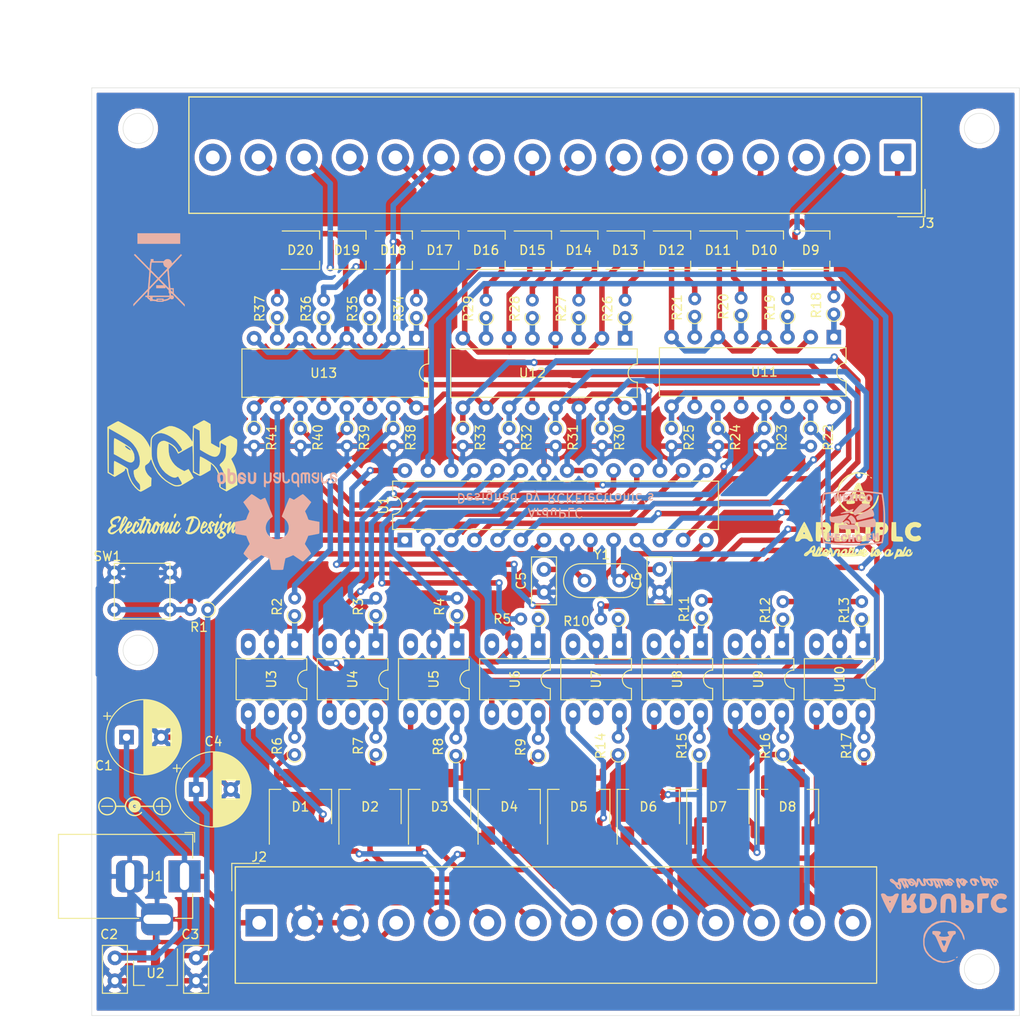
<source format=kicad_pcb>
(kicad_pcb (version 20171130) (host pcbnew "(5.1.5)-3")
  (layers (0 F.Cu signal) (31 B.Cu signal) (34 B.Paste user) (35 F.Paste user) (36 B.SilkS user) (37 F.SilkS user) (38 B.Mask user) (39 F.Mask user) (44 Edge.Cuts user))
  (net 0 "")
  (net 1 VIN)
  (net 2 GND)
  (net 3 5V)
  (net 4 "Net-(C5-Pad2)")
  (net 5 "Net-(C6-Pad2)")
  (net 6 Q.0)
  (net 7 "Net-(D1-Pad3)")
  (net 8 1L)
  (net 9 Q.1)
  (net 10 "Net-(D2-Pad3)")
  (net 11 Q.2)
  (net 12 "Net-(D3-Pad3)")
  (net 13 "Net-(D4-Pad3)")
  (net 14 Q.3)
  (net 15 Q.4)
  (net 16 "Net-(D5-Pad3)")
  (net 17 2L)
  (net 18 "Net-(D6-Pad3)")
  (net 19 Q.5)
  (net 20 "Net-(D7-Pad3)")
  (net 21 Q.6)
  (net 22 "Net-(D8-Pad3)")
  (net 23 Q.7)
  (net 24 I.0)
  (net 25 "Net-(D9-Pad3)")
  (net 26 1M)
  (net 27 "Net-(D10-Pad3)")
  (net 28 I.1)
  (net 29 "Net-(D11-Pad3)")
  (net 30 I.2)
  (net 31 I.3)
  (net 32 "Net-(D12-Pad3)")
  (net 33 2M)
  (net 34 "Net-(D13-Pad3)")
  (net 35 I.4)
  (net 36 I.5)
  (net 37 "Net-(D14-Pad3)")
  (net 38 "Net-(D15-Pad3)")
  (net 39 I.6)
  (net 40 I.7)
  (net 41 "Net-(D16-Pad3)")
  (net 42 3M)
  (net 43 "Net-(D17-Pad3)")
  (net 44 I.8)
  (net 45 I.9)
  (net 46 "Net-(D18-Pad3)")
  (net 47 "Net-(D19-Pad3)")
  (net 48 I.10)
  (net 49 I.11)
  (net 50 "Net-(D20-Pad3)")
  (net 51 "Net-(J3-Pad16)")
  (net 52 "Net-(R1-Pad2)")
  (net 53 Q0)
  (net 54 "Net-(R2-Pad1)")
  (net 55 "Net-(R3-Pad1)")
  (net 56 Q1)
  (net 57 "Net-(R4-Pad1)")
  (net 58 Q2)
  (net 59 Q3)
  (net 60 "Net-(R5-Pad1)")
  (net 61 "Net-(R6-Pad2)")
  (net 62 "Net-(R7-Pad2)")
  (net 63 "Net-(R8-Pad2)")
  (net 64 "Net-(R9-Pad2)")
  (net 65 "Net-(R10-Pad1)")
  (net 66 Q4)
  (net 67 "Net-(R11-Pad1)")
  (net 68 Q5)
  (net 69 "Net-(R12-Pad1)")
  (net 70 Q6)
  (net 71 "Net-(R13-Pad1)")
  (net 72 Q7)
  (net 73 "Net-(R14-Pad2)")
  (net 74 "Net-(R15-Pad2)")
  (net 75 "Net-(R16-Pad2)")
  (net 76 "Net-(R17-Pad2)")
  (net 77 "Net-(R18-Pad1)")
  (net 78 "Net-(R19-Pad1)")
  (net 79 "Net-(R20-Pad1)")
  (net 80 "Net-(R21-Pad1)")
  (net 81 D0)
  (net 82 D1)
  (net 83 D2)
  (net 84 D3)
  (net 85 "Net-(R26-Pad1)")
  (net 86 "Net-(R27-Pad1)")
  (net 87 "Net-(R28-Pad1)")
  (net 88 "Net-(R29-Pad1)")
  (net 89 D4)
  (net 90 D5)
  (net 91 D6)
  (net 92 D7)
  (net 93 "Net-(R34-Pad1)")
  (net 94 "Net-(R35-Pad1)")
  (net 95 "Net-(R36-Pad1)")
  (net 96 "Net-(R37-Pad1)")
  (net 97 D8)
  (net 98 D9)
  (net 99 D10)
  (net 100 D11)
  (net 101 "Net-(U3-Pad5)")
  (net 102 "Net-(U3-Pad3)")
  (net 103 "Net-(U4-Pad5)")
  (net 104 "Net-(U4-Pad3)")
  (net 105 "Net-(U5-Pad3)")
  (net 106 "Net-(U5-Pad5)")
  (net 107 "Net-(U6-Pad5)")
  (net 108 "Net-(U6-Pad3)")
  (net 109 "Net-(U7-Pad3)")
  (net 110 "Net-(U7-Pad5)")
  (net 111 "Net-(U8-Pad5)")
  (net 112 "Net-(U8-Pad3)")
  (net 113 "Net-(U9-Pad3)")
  (net 114 "Net-(U9-Pad5)")
  (net 115 "Net-(U10-Pad3)")
  (net 116 "Net-(U10-Pad5)")
  (module Iconos:RCKElectronic's_16x16 (layer F.Cu) (at 100.2665 93.6625)
    (fp_text reference G*** hide)
    (fp_text value LOGO hide)
  )
  (module Iconos:ArduPLC_17x17 (layer B.Cu) (at 184.785 141.9225)
    (fp_text reference G*** hide)
    (fp_text value LOGO hide)
  )
  (module Iconos:ArduPLC_17x17 (layer F.Cu) (at 175.387 97.5995)
    (fp_text reference G*** hide)
    (fp_text value LOGO hide)
  )
  (module Connector_BarrelJack:BarrelJack_Horizontal (layer F.Cu) (at 101.6 137.16)
    (fp_text reference J1 (at -3.175 0) (layer F.SilkS))
    (fp_text value Barrel_Jack_Switch)
    (pad 1 thru_hole rect (at 0 0) (size 3.5 3.5) (drill oval 1 3) (layers *.Cu *.Mask) (net 1 VIN))
    (pad 2 thru_hole roundrect (at -6 0) (size 3 3.5) (drill oval 1 3) (layers *.Cu *.Mask) (net 2 GND))
    (pad 3 thru_hole roundrect (at -3 4.7) (size 3.5 3.5) (drill oval 3 1) (layers *.Cu *.Mask) (net 2 GND))
  )
  (module Iconos:echo_en_mexico (layer B.Cu) (at 174.8155 97.917)
    (fp_text reference G001 hide)
    (fp_text value LOGO hide)
  )
  (module Symbol:WEEE-Logo_5.6x8mm_SilkScreen (layer B.Cu) (at 98.806 70.739)
    (fp_text reference REF01 hide)
    (fp_text value WEEE-Logo_5.6x8mm_SilkScreen hide)
  )
  (module Symbol:Symbol_Barrel_Polarity (layer F.Cu) (at 96.139 129.413)
    (fp_text reference REF03 hide)
    (fp_text value Symbol_Barrel_Polarity)
  )
  (module Symbol:OSHW-Logo2_14.6x12mm_SilkScreen (layer B.Cu) (at 111.76 98.044)
    (fp_text reference REF02 hide)
    (fp_text value OSHW-Logo2_14.6x12mm_SilkScreen hide)
  )
  (module Capacitor_THT:CP_Radial_D8.0mm_P3.80mm (layer F.Cu) (at 95.25 121.92)
    (fp_text reference C1 (at -2.4765 3.1115) (layer F.SilkS))
    (fp_text value "100uF 63V")
    (pad 1 thru_hole rect (at 0 0) (size 1.6 1.6) (drill 0.8) (layers *.Cu *.Mask) (net 1 VIN))
    (pad 2 thru_hole circle (at 3.8 0) (size 1.6 1.6) (drill 0.8) (layers *.Cu *.Mask) (net 2 GND))
  )
  (module Capacitor_THT:C_Disc_D5.0mm_W2.5mm_P2.50mm (layer F.Cu) (at 93.98 146.09 270)
    (fp_text reference C2 (at -2.58 0.635 180) (layer F.SilkS))
    (fp_text value 0.1uF)
    (pad 2 thru_hole circle (at 2.5 0 270) (size 1.6 1.6) (drill 0.8) (layers *.Cu *.Mask) (net 2 GND))
    (pad 1 thru_hole circle (at 0 0 270) (size 1.6 1.6) (drill 0.8) (layers *.Cu *.Mask) (net 1 VIN))
  )
  (module Capacitor_THT:C_Disc_D5.0mm_W2.5mm_P2.50mm (layer F.Cu) (at 102.87 146.09 270)
    (fp_text reference C3 (at -2.58 0.635 180) (layer F.SilkS))
    (fp_text value 0.1uF)
    (pad 1 thru_hole circle (at 0 0 270) (size 1.6 1.6) (drill 0.8) (layers *.Cu *.Mask) (net 3 5V))
    (pad 2 thru_hole circle (at 2.5 0 270) (size 1.6 1.6) (drill 0.8) (layers *.Cu *.Mask) (net 2 GND))
  )
  (module Capacitor_THT:CP_Radial_D8.0mm_P3.80mm (layer F.Cu) (at 102.87 127.635)
    (fp_text reference C4 (at 1.9 -5.25) (layer F.SilkS))
    (fp_text value "100uF 63V")
    (pad 2 thru_hole circle (at 3.8 0) (size 1.6 1.6) (drill 0.8) (layers *.Cu *.Mask) (net 2 GND))
    (pad 1 thru_hole rect (at 0 0) (size 1.6 1.6) (drill 0.8) (layers *.Cu *.Mask) (net 3 5V))
  )
  (module Capacitor_THT:C_Disc_D5.0mm_W2.5mm_P2.50mm (layer F.Cu) (at 140.97 106.045 90)
    (fp_text reference C5 (at 1.25 -2.5 90) (layer F.SilkS))
    (fp_text value C)
    (pad 2 thru_hole circle (at 2.5 0 90) (size 1.6 1.6) (drill 0.8) (layers *.Cu *.Mask) (net 4 "Net-(C5-Pad2)"))
    (pad 1 thru_hole circle (at 0 0 90) (size 1.6 1.6) (drill 0.8) (layers *.Cu *.Mask) (net 2 GND))
  )
  (module Capacitor_THT:C_Disc_D5.0mm_W2.5mm_P2.50mm (layer F.Cu) (at 153.63 106.045 90)
    (fp_text reference C6 (at 1.25 -2.5 90) (layer F.SilkS))
    (fp_text value C)
    (pad 1 thru_hole circle (at 0 0 90) (size 1.6 1.6) (drill 0.8) (layers *.Cu *.Mask) (net 2 GND))
    (pad 2 thru_hole circle (at 2.5 0 90) (size 1.6 1.6) (drill 0.8) (layers *.Cu *.Mask) (net 5 "Net-(C6-Pad2)"))
  )
  (module Package_TO_SOT_SMD:SOT-223 (layer F.Cu) (at 114.3 129.54 90)
    (fp_text reference D1 (at 0 0 180) (layer F.SilkS))
    (fp_text value Z0103MN)
    (pad 4 smd rect (at 3.15 0 90) (size 2 3.8) (layers F.Cu F.Paste F.Mask) (net 6 Q.0))
    (pad 2 smd rect (at -3.15 0 90) (size 2 1.5) (layers F.Cu F.Paste F.Mask) (net 6 Q.0))
    (pad 3 smd rect (at -3.15 2.3 90) (size 2 1.5) (layers F.Cu F.Paste F.Mask) (net 7 "Net-(D1-Pad3)"))
    (pad 1 smd rect (at -3.15 -2.3 90) (size 2 1.5) (layers F.Cu F.Paste F.Mask) (net 8 1L))
  )
  (module Package_TO_SOT_SMD:SOT-223 (layer F.Cu) (at 121.92 129.54 90)
    (fp_text reference D2 (at 0 0 180) (layer F.SilkS))
    (fp_text value Z0103MN)
    (pad 4 smd rect (at 3.15 0 90) (size 2 3.8) (layers F.Cu F.Paste F.Mask) (net 9 Q.1))
    (pad 2 smd rect (at -3.15 0 90) (size 2 1.5) (layers F.Cu F.Paste F.Mask) (net 9 Q.1))
    (pad 3 smd rect (at -3.15 2.3 90) (size 2 1.5) (layers F.Cu F.Paste F.Mask) (net 10 "Net-(D2-Pad3)"))
    (pad 1 smd rect (at -3.15 -2.3 90) (size 2 1.5) (layers F.Cu F.Paste F.Mask) (net 8 1L))
  )
  (module Package_TO_SOT_SMD:SOT-223 (layer F.Cu) (at 129.54 129.54 90)
    (fp_text reference D3 (at 0 0 180) (layer F.SilkS))
    (fp_text value Z0103MN)
    (pad 4 smd rect (at 3.15 0 90) (size 2 3.8) (layers F.Cu F.Paste F.Mask) (net 11 Q.2))
    (pad 2 smd rect (at -3.15 0 90) (size 2 1.5) (layers F.Cu F.Paste F.Mask) (net 11 Q.2))
    (pad 3 smd rect (at -3.15 2.3 90) (size 2 1.5) (layers F.Cu F.Paste F.Mask) (net 12 "Net-(D3-Pad3)"))
    (pad 1 smd rect (at -3.15 -2.3 90) (size 2 1.5) (layers F.Cu F.Paste F.Mask) (net 8 1L))
  )
  (module Package_TO_SOT_SMD:SOT-223 (layer F.Cu) (at 137.16 129.54 90)
    (fp_text reference D4 (at 0 0 180) (layer F.SilkS))
    (fp_text value Z0103MN)
    (pad 1 smd rect (at -3.15 -2.3 90) (size 2 1.5) (layers F.Cu F.Paste F.Mask) (net 8 1L))
    (pad 3 smd rect (at -3.15 2.3 90) (size 2 1.5) (layers F.Cu F.Paste F.Mask) (net 13 "Net-(D4-Pad3)"))
    (pad 2 smd rect (at -3.15 0 90) (size 2 1.5) (layers F.Cu F.Paste F.Mask) (net 14 Q.3))
    (pad 4 smd rect (at 3.15 0 90) (size 2 3.8) (layers F.Cu F.Paste F.Mask) (net 14 Q.3))
  )
  (module Package_TO_SOT_SMD:SOT-223 (layer F.Cu) (at 144.78 129.54 90)
    (fp_text reference D5 (at 0 0 180) (layer F.SilkS))
    (fp_text value Z0103MN)
    (pad 4 smd rect (at 3.15 0 90) (size 2 3.8) (layers F.Cu F.Paste F.Mask) (net 15 Q.4))
    (pad 2 smd rect (at -3.15 0 90) (size 2 1.5) (layers F.Cu F.Paste F.Mask) (net 15 Q.4))
    (pad 3 smd rect (at -3.15 2.3 90) (size 2 1.5) (layers F.Cu F.Paste F.Mask) (net 16 "Net-(D5-Pad3)"))
    (pad 1 smd rect (at -3.15 -2.3 90) (size 2 1.5) (layers F.Cu F.Paste F.Mask) (net 17 2L))
  )
  (module Package_TO_SOT_SMD:SOT-223 (layer F.Cu) (at 152.4 129.54 90)
    (fp_text reference D6 (at 0 0 180) (layer F.SilkS))
    (fp_text value Z0103MN)
    (pad 1 smd rect (at -3.15 -2.3 90) (size 2 1.5) (layers F.Cu F.Paste F.Mask) (net 17 2L))
    (pad 3 smd rect (at -3.15 2.3 90) (size 2 1.5) (layers F.Cu F.Paste F.Mask) (net 18 "Net-(D6-Pad3)"))
    (pad 2 smd rect (at -3.15 0 90) (size 2 1.5) (layers F.Cu F.Paste F.Mask) (net 19 Q.5))
    (pad 4 smd rect (at 3.15 0 90) (size 2 3.8) (layers F.Cu F.Paste F.Mask) (net 19 Q.5))
  )
  (module Package_TO_SOT_SMD:SOT-223 (layer F.Cu) (at 160.02 129.54 90)
    (fp_text reference D7 (at 0 0 180) (layer F.SilkS))
    (fp_text value Z0103MN)
    (pad 1 smd rect (at -3.15 -2.3 90) (size 2 1.5) (layers F.Cu F.Paste F.Mask) (net 17 2L))
    (pad 3 smd rect (at -3.15 2.3 90) (size 2 1.5) (layers F.Cu F.Paste F.Mask) (net 20 "Net-(D7-Pad3)"))
    (pad 2 smd rect (at -3.15 0 90) (size 2 1.5) (layers F.Cu F.Paste F.Mask) (net 21 Q.6))
    (pad 4 smd rect (at 3.15 0 90) (size 2 3.8) (layers F.Cu F.Paste F.Mask) (net 21 Q.6))
  )
  (module Package_TO_SOT_SMD:SOT-223 (layer F.Cu) (at 167.64 129.54 90)
    (fp_text reference D8 (at 0 0 180) (layer F.SilkS))
    (fp_text value Z0103MN)
    (pad 1 smd rect (at -3.15 -2.3 90) (size 2 1.5) (layers F.Cu F.Paste F.Mask) (net 17 2L))
    (pad 3 smd rect (at -3.15 2.3 90) (size 2 1.5) (layers F.Cu F.Paste F.Mask) (net 22 "Net-(D8-Pad3)"))
    (pad 2 smd rect (at -3.15 0 90) (size 2 1.5) (layers F.Cu F.Paste F.Mask) (net 23 Q.7))
    (pad 4 smd rect (at 3.15 0 90) (size 2 3.8) (layers F.Cu F.Paste F.Mask) (net 23 Q.7))
  )
  (module Diode_SMD:Littelfuse_PolyZen-LS (layer F.Cu) (at 170.18 68.58)
    (fp_text reference D9 (at 0 0) (layer F.SilkS))
    (fp_text value ZEN056V130A24LS)
    (pad 1 smd rect (at -1.72 0) (size 0.56 2.21) (layers F.Cu F.Paste F.Mask) (net 24 I.0))
    (pad 3 smd rect (at 1.72 0.635) (size 0.56 0.94) (layers F.Cu F.Paste F.Mask) (net 25 "Net-(D9-Pad3)"))
    (pad 2 smd rect (at 1.72 -0.635) (size 0.56 0.94) (layers F.Cu F.Paste F.Mask) (net 26 1M))
  )
  (module Diode_SMD:Littelfuse_PolyZen-LS (layer F.Cu) (at 165.1 68.58)
    (fp_text reference D10 (at 0 0) (layer F.SilkS))
    (fp_text value ZEN056V130A24LS)
    (pad 2 smd rect (at 1.72 -0.635) (size 0.56 0.94) (layers F.Cu F.Paste F.Mask) (net 26 1M))
    (pad 3 smd rect (at 1.72 0.635) (size 0.56 0.94) (layers F.Cu F.Paste F.Mask) (net 27 "Net-(D10-Pad3)"))
    (pad 1 smd rect (at -1.72 0) (size 0.56 2.21) (layers F.Cu F.Paste F.Mask) (net 28 I.1))
  )
  (module Diode_SMD:Littelfuse_PolyZen-LS (layer F.Cu) (at 160.02 68.58)
    (fp_text reference D11 (at 0 0) (layer F.SilkS))
    (fp_text value ZEN056V130A24LS)
    (pad 2 smd rect (at 1.72 -0.635) (size 0.56 0.94) (layers F.Cu F.Paste F.Mask) (net 26 1M))
    (pad 3 smd rect (at 1.72 0.635) (size 0.56 0.94) (layers F.Cu F.Paste F.Mask) (net 29 "Net-(D11-Pad3)"))
    (pad 1 smd rect (at -1.72 0) (size 0.56 2.21) (layers F.Cu F.Paste F.Mask) (net 30 I.2))
  )
  (module Diode_SMD:Littelfuse_PolyZen-LS (layer F.Cu) (at 154.94 68.58)
    (fp_text reference D12 (at 0 0) (layer F.SilkS))
    (fp_text value ZEN056V130A24LS)
    (pad 1 smd rect (at -1.72 0) (size 0.56 2.21) (layers F.Cu F.Paste F.Mask) (net 31 I.3))
    (pad 3 smd rect (at 1.72 0.635) (size 0.56 0.94) (layers F.Cu F.Paste F.Mask) (net 32 "Net-(D12-Pad3)"))
    (pad 2 smd rect (at 1.72 -0.635) (size 0.56 0.94) (layers F.Cu F.Paste F.Mask) (net 26 1M))
  )
  (module Diode_SMD:Littelfuse_PolyZen-LS (layer F.Cu) (at 149.86 68.58)
    (fp_text reference D13 (at 0 0) (layer F.SilkS))
    (fp_text value ZEN056V130A24LS)
    (pad 2 smd rect (at 1.72 -0.635) (size 0.56 0.94) (layers F.Cu F.Paste F.Mask) (net 33 2M))
    (pad 3 smd rect (at 1.72 0.635) (size 0.56 0.94) (layers F.Cu F.Paste F.Mask) (net 34 "Net-(D13-Pad3)"))
    (pad 1 smd rect (at -1.72 0) (size 0.56 2.21) (layers F.Cu F.Paste F.Mask) (net 35 I.4))
  )
  (module Diode_SMD:Littelfuse_PolyZen-LS (layer F.Cu) (at 144.78 68.58)
    (fp_text reference D14 (at 0 0) (layer F.SilkS))
    (fp_text value ZEN056V130A24LS)
    (pad 1 smd rect (at -1.72 0) (size 0.56 2.21) (layers F.Cu F.Paste F.Mask) (net 36 I.5))
    (pad 3 smd rect (at 1.72 0.635) (size 0.56 0.94) (layers F.Cu F.Paste F.Mask) (net 37 "Net-(D14-Pad3)"))
    (pad 2 smd rect (at 1.72 -0.635) (size 0.56 0.94) (layers F.Cu F.Paste F.Mask) (net 33 2M))
  )
  (module Diode_SMD:Littelfuse_PolyZen-LS (layer F.Cu) (at 139.7 68.58)
    (fp_text reference D15 (at 0 0) (layer F.SilkS))
    (fp_text value ZEN056V130A24LS)
    (pad 2 smd rect (at 1.72 -0.635) (size 0.56 0.94) (layers F.Cu F.Paste F.Mask) (net 33 2M))
    (pad 3 smd rect (at 1.72 0.635) (size 0.56 0.94) (layers F.Cu F.Paste F.Mask) (net 38 "Net-(D15-Pad3)"))
    (pad 1 smd rect (at -1.72 0) (size 0.56 2.21) (layers F.Cu F.Paste F.Mask) (net 39 I.6))
  )
  (module Diode_SMD:Littelfuse_PolyZen-LS (layer F.Cu) (at 134.62 68.58)
    (fp_text reference D16 (at 0 0) (layer F.SilkS))
    (fp_text value ZEN056V130A24LS)
    (pad 1 smd rect (at -1.72 0) (size 0.56 2.21) (layers F.Cu F.Paste F.Mask) (net 40 I.7))
    (pad 3 smd rect (at 1.72 0.635) (size 0.56 0.94) (layers F.Cu F.Paste F.Mask) (net 41 "Net-(D16-Pad3)"))
    (pad 2 smd rect (at 1.72 -0.635) (size 0.56 0.94) (layers F.Cu F.Paste F.Mask) (net 33 2M))
  )
  (module Diode_SMD:Littelfuse_PolyZen-LS (layer F.Cu) (at 129.54 68.58)
    (fp_text reference D17 (at 0 0) (layer F.SilkS))
    (fp_text value ZEN056V130A24LS)
    (pad 2 smd rect (at 1.72 -0.635) (size 0.56 0.94) (layers F.Cu F.Paste F.Mask) (net 42 3M))
    (pad 3 smd rect (at 1.72 0.635) (size 0.56 0.94) (layers F.Cu F.Paste F.Mask) (net 43 "Net-(D17-Pad3)"))
    (pad 1 smd rect (at -1.72 0) (size 0.56 2.21) (layers F.Cu F.Paste F.Mask) (net 44 I.8))
  )
  (module Diode_SMD:Littelfuse_PolyZen-LS (layer F.Cu) (at 124.46 68.58)
    (fp_text reference D18 (at 0 0) (layer F.SilkS))
    (fp_text value ZEN056V130A24LS)
    (pad 1 smd rect (at -1.72 0) (size 0.56 2.21) (layers F.Cu F.Paste F.Mask) (net 45 I.9))
    (pad 3 smd rect (at 1.72 0.635) (size 0.56 0.94) (layers F.Cu F.Paste F.Mask) (net 46 "Net-(D18-Pad3)"))
    (pad 2 smd rect (at 1.72 -0.635) (size 0.56 0.94) (layers F.Cu F.Paste F.Mask) (net 42 3M))
  )
  (module Diode_SMD:Littelfuse_PolyZen-LS (layer F.Cu) (at 119.38 68.58)
    (fp_text reference D19 (at 0 0) (layer F.SilkS))
    (fp_text value ZEN056V130A24LS)
    (pad 2 smd rect (at 1.72 -0.635) (size 0.56 0.94) (layers F.Cu F.Paste F.Mask) (net 42 3M))
    (pad 3 smd rect (at 1.72 0.635) (size 0.56 0.94) (layers F.Cu F.Paste F.Mask) (net 47 "Net-(D19-Pad3)"))
    (pad 1 smd rect (at -1.72 0) (size 0.56 2.21) (layers F.Cu F.Paste F.Mask) (net 48 I.10))
  )
  (module Diode_SMD:Littelfuse_PolyZen-LS (layer F.Cu) (at 114.3 68.58)
    (fp_text reference D20 (at 0 0) (layer F.SilkS))
    (fp_text value ZEN056V130A24LS)
    (pad 1 smd rect (at -1.72 0) (size 0.56 2.21) (layers F.Cu F.Paste F.Mask) (net 49 I.11))
    (pad 3 smd rect (at 1.72 0.635) (size 0.56 0.94) (layers F.Cu F.Paste F.Mask) (net 50 "Net-(D20-Pad3)"))
    (pad 2 smd rect (at 1.72 -0.635) (size 0.56 0.94) (layers F.Cu F.Paste F.Mask) (net 42 3M))
  )
  (module TerminalBlock_Altech:Altech_AK300_1x14_P5.00mm_45-Degree (layer F.Cu) (at 109.78 142.24)
    (fp_text reference J2 (at 0 -7.2) (layer F.SilkS))
    (fp_text value POWER/OUTPUT´S)
    (pad 1 thru_hole rect (at 0 0) (size 3 3) (drill 1.5) (layers *.Cu *.Mask) (net 1 VIN))
    (pad 2 thru_hole circle (at 5 0) (size 3 3) (drill 1.5) (layers *.Cu *.Mask) (net 2 GND))
    (pad 3 thru_hole circle (at 10 0) (size 3 3) (drill 1.5) (layers *.Cu *.Mask) (net 2 GND))
    (pad 4 thru_hole circle (at 15 0) (size 3 3) (drill 1.5) (layers *.Cu *.Mask) (net 3 5V))
    (pad 5 thru_hole circle (at 20 0) (size 3 3) (drill 1.5) (layers *.Cu *.Mask) (net 8 1L))
    (pad 6 thru_hole circle (at 25 0) (size 3 3) (drill 1.5) (layers *.Cu *.Mask) (net 6 Q.0))
    (pad 7 thru_hole circle (at 30 0) (size 3 3) (drill 1.5) (layers *.Cu *.Mask) (net 9 Q.1))
    (pad 8 thru_hole circle (at 35 0) (size 3 3) (drill 1.5) (layers *.Cu *.Mask) (net 11 Q.2))
    (pad 9 thru_hole circle (at 40 0) (size 3 3) (drill 1.5) (layers *.Cu *.Mask) (net 14 Q.3))
    (pad 10 thru_hole circle (at 45 0) (size 3 3) (drill 1.5) (layers *.Cu *.Mask) (net 17 2L))
    (pad 11 thru_hole circle (at 50 0) (size 3 3) (drill 1.5) (layers *.Cu *.Mask) (net 15 Q.4))
    (pad 12 thru_hole circle (at 55 0) (size 3 3) (drill 1.5) (layers *.Cu *.Mask) (net 19 Q.5))
    (pad 13 thru_hole circle (at 60 0) (size 3 3) (drill 1.5) (layers *.Cu *.Mask) (net 21 Q.6))
    (pad 14 thru_hole circle (at 65 0) (size 3 3) (drill 1.5) (layers *.Cu *.Mask) (net 23 Q.7))
  )
  (module TerminalBlock_Altech:Altech_AK300_1x16_P5.00mm_45-Degree (layer F.Cu) (at 179.7 58.42 180)
    (fp_text reference J3 (at -3.18 -7.2) (layer F.SilkS))
    (fp_text value INPUT´S)
    (pad 1 thru_hole rect (at 0 0 180) (size 3 3) (drill 1.5) (layers *.Cu *.Mask) (net 26 1M))
    (pad 2 thru_hole circle (at 5 0 180) (size 3 3) (drill 1.5) (layers *.Cu *.Mask) (net 24 I.0))
    (pad 3 thru_hole circle (at 10 0 180) (size 3 3) (drill 1.5) (layers *.Cu *.Mask) (net 28 I.1))
    (pad 4 thru_hole circle (at 15 0 180) (size 3 3) (drill 1.5) (layers *.Cu *.Mask) (net 30 I.2))
    (pad 5 thru_hole circle (at 20 0 180) (size 3 3) (drill 1.5) (layers *.Cu *.Mask) (net 31 I.3))
    (pad 6 thru_hole circle (at 25 0 180) (size 3 3) (drill 1.5) (layers *.Cu *.Mask) (net 33 2M))
    (pad 7 thru_hole circle (at 30 0 180) (size 3 3) (drill 1.5) (layers *.Cu *.Mask) (net 35 I.4))
    (pad 8 thru_hole circle (at 35 0 180) (size 3 3) (drill 1.5) (layers *.Cu *.Mask) (net 36 I.5))
    (pad 9 thru_hole circle (at 40 0 180) (size 3 3) (drill 1.5) (layers *.Cu *.Mask) (net 39 I.6))
    (pad 10 thru_hole circle (at 45 0 180) (size 3 3) (drill 1.5) (layers *.Cu *.Mask) (net 40 I.7))
    (pad 11 thru_hole circle (at 50 0 180) (size 3 3) (drill 1.5) (layers *.Cu *.Mask) (net 42 3M))
    (pad 12 thru_hole circle (at 55 0 180) (size 3 3) (drill 1.5) (layers *.Cu *.Mask) (net 44 I.8))
    (pad 13 thru_hole circle (at 60 0 180) (size 3 3) (drill 1.5) (layers *.Cu *.Mask) (net 45 I.9))
    (pad 14 thru_hole circle (at 65 0 180) (size 3 3) (drill 1.5) (layers *.Cu *.Mask) (net 48 I.10))
    (pad 15 thru_hole circle (at 70 0 180) (size 3 3) (drill 1.5) (layers *.Cu *.Mask) (net 49 I.11))
    (pad 16 thru_hole circle (at 75 0 180) (size 3 3) (drill 1.5) (layers *.Cu *.Mask) (net 51 "Net-(J3-Pad16)"))
  )
  (module Resistor_THT:R_Axial_DIN0204_L3.6mm_D1.6mm_P1.90mm_Vertical (layer F.Cu) (at 104.14 107.95 180)
    (fp_text reference R1 (at 0.95 -1.92) (layer F.SilkS))
    (fp_text value 10K)
    (pad 2 thru_hole oval (at 1.9 0 180) (size 1.4 1.4) (drill 0.7) (layers *.Cu *.Mask) (net 52 "Net-(R1-Pad2)"))
    (pad 1 thru_hole circle (at 0 0 180) (size 1.4 1.4) (drill 0.7) (layers *.Cu *.Mask) (net 3 5V))
  )
  (module Resistor_THT:R_Axial_DIN0204_L3.6mm_D1.6mm_P1.90mm_Vertical (layer F.Cu) (at 113.665 108.585 90)
    (fp_text reference R2 (at 0.95 -1.92 90) (layer F.SilkS))
    (fp_text value 220ohm)
    (pad 2 thru_hole oval (at 1.9 0 90) (size 1.4 1.4) (drill 0.7) (layers *.Cu *.Mask) (net 53 Q0))
    (pad 1 thru_hole circle (at 0 0 90) (size 1.4 1.4) (drill 0.7) (layers *.Cu *.Mask) (net 54 "Net-(R2-Pad1)"))
  )
  (module Resistor_THT:R_Axial_DIN0204_L3.6mm_D1.6mm_P1.90mm_Vertical (layer F.Cu) (at 122.555 108.585 90)
    (fp_text reference R3 (at 0.95 -1.92 90) (layer F.SilkS))
    (fp_text value 220ohm)
    (pad 1 thru_hole circle (at 0 0 90) (size 1.4 1.4) (drill 0.7) (layers *.Cu *.Mask) (net 55 "Net-(R3-Pad1)"))
    (pad 2 thru_hole oval (at 1.9 0 90) (size 1.4 1.4) (drill 0.7) (layers *.Cu *.Mask) (net 56 Q1))
  )
  (module Resistor_THT:R_Axial_DIN0204_L3.6mm_D1.6mm_P1.90mm_Vertical (layer F.Cu) (at 131.445 108.585 90)
    (fp_text reference R4 (at 0.95 -1.92 90) (layer F.SilkS))
    (fp_text value 220ohm)
    (pad 1 thru_hole circle (at 0 0 90) (size 1.4 1.4) (drill 0.7) (layers *.Cu *.Mask) (net 57 "Net-(R4-Pad1)"))
    (pad 2 thru_hole oval (at 1.9 0 90) (size 1.4 1.4) (drill 0.7) (layers *.Cu *.Mask) (net 58 Q2))
  )
  (module Resistor_THT:R_Axial_DIN0204_L3.6mm_D1.6mm_P1.90mm_Vertical (layer F.Cu) (at 140.33 108.966 180)
    (fp_text reference R5 (at 3.932 0) (layer F.SilkS))
    (fp_text value 220ohm)
    (pad 2 thru_hole oval (at 1.9 0 180) (size 1.4 1.4) (drill 0.7) (layers *.Cu *.Mask) (net 59 Q3))
    (pad 1 thru_hole circle (at 0 0 180) (size 1.4 1.4) (drill 0.7) (layers *.Cu *.Mask) (net 60 "Net-(R5-Pad1)"))
  )
  (module Resistor_THT:R_Axial_DIN0204_L3.6mm_D1.6mm_P1.90mm_Vertical (layer F.Cu) (at 113.665 123.825 90)
    (fp_text reference R6 (at 0.95 -1.92 90) (layer F.SilkS))
    (fp_text value 180ohm)
    (pad 1 thru_hole circle (at 0 0 90) (size 1.4 1.4) (drill 0.7) (layers *.Cu *.Mask) (net 6 Q.0))
    (pad 2 thru_hole oval (at 1.9 0 90) (size 1.4 1.4) (drill 0.7) (layers *.Cu *.Mask) (net 61 "Net-(R6-Pad2)"))
  )
  (module Resistor_THT:R_Axial_DIN0204_L3.6mm_D1.6mm_P1.90mm_Vertical (layer F.Cu) (at 122.555 123.825 90)
    (fp_text reference R7 (at 0.95 -1.92 90) (layer F.SilkS))
    (fp_text value 180ohm)
    (pad 1 thru_hole circle (at 0 0 90) (size 1.4 1.4) (drill 0.7) (layers *.Cu *.Mask) (net 9 Q.1))
    (pad 2 thru_hole oval (at 1.9 0 90) (size 1.4 1.4) (drill 0.7) (layers *.Cu *.Mask) (net 62 "Net-(R7-Pad2)"))
  )
  (module Resistor_THT:R_Axial_DIN0204_L3.6mm_D1.6mm_P1.90mm_Vertical (layer F.Cu) (at 131.318 123.905 90)
    (fp_text reference R8 (at 0.95 -1.92 90) (layer F.SilkS))
    (fp_text value 180ohm)
    (pad 2 thru_hole oval (at 1.9 0 90) (size 1.4 1.4) (drill 0.7) (layers *.Cu *.Mask) (net 63 "Net-(R8-Pad2)"))
    (pad 1 thru_hole circle (at 0 0 90) (size 1.4 1.4) (drill 0.7) (layers *.Cu *.Mask) (net 11 Q.2))
  )
  (module Resistor_THT:R_Axial_DIN0204_L3.6mm_D1.6mm_P1.90mm_Vertical (layer F.Cu) (at 140.34 123.952 90)
    (fp_text reference R9 (at 0.95 -1.92 90) (layer F.SilkS))
    (fp_text value 180ohm)
    (pad 1 thru_hole circle (at 0 0 90) (size 1.4 1.4) (drill 0.7) (layers *.Cu *.Mask) (net 14 Q.3))
    (pad 2 thru_hole oval (at 1.9 0 90) (size 1.4 1.4) (drill 0.7) (layers *.Cu *.Mask) (net 64 "Net-(R9-Pad2)"))
  )
  (module Resistor_THT:R_Axial_DIN0204_L3.6mm_D1.6mm_P1.90mm_Vertical (layer F.Cu) (at 149.098 108.966 180)
    (fp_text reference R10 (at 4.572 -0.254) (layer F.SilkS))
    (fp_text value 220ohm)
    (pad 1 thru_hole circle (at 0 0 180) (size 1.4 1.4) (drill 0.7) (layers *.Cu *.Mask) (net 65 "Net-(R10-Pad1)"))
    (pad 2 thru_hole oval (at 1.9 0 180) (size 1.4 1.4) (drill 0.7) (layers *.Cu *.Mask) (net 66 Q4))
  )
  (module Resistor_THT:R_Axial_DIN0204_L3.6mm_D1.6mm_P1.90mm_Vertical (layer F.Cu) (at 158.242 108.834 90)
    (fp_text reference R11 (at 0.95 -1.92 90) (layer F.SilkS))
    (fp_text value 220ohm)
    (pad 1 thru_hole circle (at 0 0 90) (size 1.4 1.4) (drill 0.7) (layers *.Cu *.Mask) (net 67 "Net-(R11-Pad1)"))
    (pad 2 thru_hole oval (at 1.9 0 90) (size 1.4 1.4) (drill 0.7) (layers *.Cu *.Mask) (net 68 Q5))
  )
  (module Resistor_THT:R_Axial_DIN0204_L3.6mm_D1.6mm_P1.90mm_Vertical (layer F.Cu) (at 167.132 108.966 90)
    (fp_text reference R12 (at 0.95 -1.92 90) (layer F.SilkS))
    (fp_text value 220ohm)
    (pad 1 thru_hole circle (at 0 0 90) (size 1.4 1.4) (drill 0.7) (layers *.Cu *.Mask) (net 69 "Net-(R12-Pad1)"))
    (pad 2 thru_hole oval (at 1.9 0 90) (size 1.4 1.4) (drill 0.7) (layers *.Cu *.Mask) (net 70 Q6))
  )
  (module Resistor_THT:R_Axial_DIN0204_L3.6mm_D1.6mm_P1.90mm_Vertical (layer F.Cu) (at 175.768 108.966 90)
    (fp_text reference R13 (at 0.95 -1.92 90) (layer F.SilkS))
    (fp_text value 220ohm)
    (pad 1 thru_hole circle (at 0 0 90) (size 1.4 1.4) (drill 0.7) (layers *.Cu *.Mask) (net 71 "Net-(R13-Pad1)"))
    (pad 2 thru_hole oval (at 1.9 0 90) (size 1.4 1.4) (drill 0.7) (layers *.Cu *.Mask) (net 72 Q7))
  )
  (module Resistor_THT:R_Axial_DIN0204_L3.6mm_D1.6mm_P1.90mm_Vertical (layer F.Cu) (at 149.098 123.82 90)
    (fp_text reference R14 (at 0.95 -1.92 90) (layer F.SilkS))
    (fp_text value 180ohm)
    (pad 2 thru_hole oval (at 1.9 0 90) (size 1.4 1.4) (drill 0.7) (layers *.Cu *.Mask) (net 73 "Net-(R14-Pad2)"))
    (pad 1 thru_hole circle (at 0 0 90) (size 1.4 1.4) (drill 0.7) (layers *.Cu *.Mask) (net 15 Q.4))
  )
  (module Resistor_THT:R_Axial_DIN0204_L3.6mm_D1.6mm_P1.90mm_Vertical (layer F.Cu) (at 157.988 123.82 90)
    (fp_text reference R15 (at 0.95 -1.92 90) (layer F.SilkS))
    (fp_text value 180ohm)
    (pad 2 thru_hole oval (at 1.9 0 90) (size 1.4 1.4) (drill 0.7) (layers *.Cu *.Mask) (net 74 "Net-(R15-Pad2)"))
    (pad 1 thru_hole circle (at 0 0 90) (size 1.4 1.4) (drill 0.7) (layers *.Cu *.Mask) (net 19 Q.5))
  )
  (module Resistor_THT:R_Axial_DIN0204_L3.6mm_D1.6mm_P1.90mm_Vertical (layer F.Cu) (at 167.132 123.82 90)
    (fp_text reference R16 (at 0.95 -1.92 90) (layer F.SilkS))
    (fp_text value 180ohm)
    (pad 1 thru_hole circle (at 0 0 90) (size 1.4 1.4) (drill 0.7) (layers *.Cu *.Mask) (net 21 Q.6))
    (pad 2 thru_hole oval (at 1.9 0 90) (size 1.4 1.4) (drill 0.7) (layers *.Cu *.Mask) (net 75 "Net-(R16-Pad2)"))
  )
  (module Resistor_THT:R_Axial_DIN0204_L3.6mm_D1.6mm_P1.90mm_Vertical (layer F.Cu) (at 176.022 123.82 90)
    (fp_text reference R17 (at 0.95 -1.92 90) (layer F.SilkS))
    (fp_text value 180ohm)
    (pad 2 thru_hole oval (at 1.9 0 90) (size 1.4 1.4) (drill 0.7) (layers *.Cu *.Mask) (net 76 "Net-(R17-Pad2)"))
    (pad 1 thru_hole circle (at 0 0 90) (size 1.4 1.4) (drill 0.7) (layers *.Cu *.Mask) (net 23 Q.7))
  )
  (module Resistor_THT:R_Axial_DIN0204_L3.6mm_D1.6mm_P1.90mm_Vertical (layer F.Cu) (at 172.72 75.56 90)
    (fp_text reference R18 (at 0.95 -1.92 90) (layer F.SilkS))
    (fp_text value 330ohm)
    (pad 1 thru_hole circle (at 0 0 90) (size 1.4 1.4) (drill 0.7) (layers *.Cu *.Mask) (net 77 "Net-(R18-Pad1)"))
    (pad 2 thru_hole oval (at 1.9 0 90) (size 1.4 1.4) (drill 0.7) (layers *.Cu *.Mask) (net 25 "Net-(D9-Pad3)"))
  )
  (module Resistor_THT:R_Axial_DIN0204_L3.6mm_D1.6mm_P1.90mm_Vertical (layer F.Cu) (at 167.64 75.814 90)
    (fp_text reference R19 (at 0.95 -1.92 90) (layer F.SilkS))
    (fp_text value 330ohm)
    (pad 2 thru_hole oval (at 1.9 0 90) (size 1.4 1.4) (drill 0.7) (layers *.Cu *.Mask) (net 27 "Net-(D10-Pad3)"))
    (pad 1 thru_hole circle (at 0 0 90) (size 1.4 1.4) (drill 0.7) (layers *.Cu *.Mask) (net 78 "Net-(R19-Pad1)"))
  )
  (module Resistor_THT:R_Axial_DIN0204_L3.6mm_D1.6mm_P1.90mm_Vertical (layer F.Cu) (at 162.56 75.692 90)
    (fp_text reference R20 (at 0.95 -1.92 90) (layer F.SilkS))
    (fp_text value 330ohm)
    (pad 1 thru_hole circle (at 0 0 90) (size 1.4 1.4) (drill 0.7) (layers *.Cu *.Mask) (net 79 "Net-(R20-Pad1)"))
    (pad 2 thru_hole oval (at 1.9 0 90) (size 1.4 1.4) (drill 0.7) (layers *.Cu *.Mask) (net 29 "Net-(D11-Pad3)"))
  )
  (module Resistor_THT:R_Axial_DIN0204_L3.6mm_D1.6mm_P1.90mm_Vertical (layer F.Cu) (at 157.48 75.814 90)
    (fp_text reference R21 (at 0.95 -1.92 90) (layer F.SilkS))
    (fp_text value 330ohm)
    (pad 2 thru_hole oval (at 1.9 0 90) (size 1.4 1.4) (drill 0.7) (layers *.Cu *.Mask) (net 32 "Net-(D12-Pad3)"))
    (pad 1 thru_hole circle (at 0 0 90) (size 1.4 1.4) (drill 0.7) (layers *.Cu *.Mask) (net 80 "Net-(R21-Pad1)"))
  )
  (module Resistor_THT:R_Axial_DIN0204_L3.6mm_D1.6mm_P1.90mm_Vertical (layer F.Cu) (at 170.18 88.138 270)
    (fp_text reference R22 (at 0.95 -1.92 90) (layer F.SilkS))
    (fp_text value 1K)
    (pad 2 thru_hole oval (at 1.9 0 270) (size 1.4 1.4) (drill 0.7) (layers *.Cu *.Mask) (net 2 GND))
    (pad 1 thru_hole circle (at 0 0 270) (size 1.4 1.4) (drill 0.7) (layers *.Cu *.Mask) (net 81 D0))
  )
  (module Resistor_THT:R_Axial_DIN0204_L3.6mm_D1.6mm_P1.90mm_Vertical (layer F.Cu) (at 165.1 88.138 270)
    (fp_text reference R23 (at 0.95 -1.92 90) (layer F.SilkS))
    (fp_text value 1K)
    (pad 1 thru_hole circle (at 0 0 270) (size 1.4 1.4) (drill 0.7) (layers *.Cu *.Mask) (net 82 D1))
    (pad 2 thru_hole oval (at 1.9 0 270) (size 1.4 1.4) (drill 0.7) (layers *.Cu *.Mask) (net 2 GND))
  )
  (module Resistor_THT:R_Axial_DIN0204_L3.6mm_D1.6mm_P1.90mm_Vertical (layer F.Cu) (at 160.02 88.138 270)
    (fp_text reference R24 (at 0.95 -1.92 90) (layer F.SilkS))
    (fp_text value 1K)
    (pad 2 thru_hole oval (at 1.9 0 270) (size 1.4 1.4) (drill 0.7) (layers *.Cu *.Mask) (net 2 GND))
    (pad 1 thru_hole circle (at 0 0 270) (size 1.4 1.4) (drill 0.7) (layers *.Cu *.Mask) (net 83 D2))
  )
  (module Resistor_THT:R_Axial_DIN0204_L3.6mm_D1.6mm_P1.90mm_Vertical (layer F.Cu) (at 154.94 88.138 270)
    (fp_text reference R25 (at 0.95 -1.92 90) (layer F.SilkS))
    (fp_text value 1K)
    (pad 2 thru_hole oval (at 1.9 0 270) (size 1.4 1.4) (drill 0.7) (layers *.Cu *.Mask) (net 2 GND))
    (pad 1 thru_hole circle (at 0 0 270) (size 1.4 1.4) (drill 0.7) (layers *.Cu *.Mask) (net 84 D3))
  )
  (module Resistor_THT:R_Axial_DIN0204_L3.6mm_D1.6mm_P1.90mm_Vertical (layer F.Cu) (at 149.86 75.946 90)
    (fp_text reference R26 (at 0.95 -1.92 90) (layer F.SilkS))
    (fp_text value 330ohm)
    (pad 1 thru_hole circle (at 0 0 90) (size 1.4 1.4) (drill 0.7) (layers *.Cu *.Mask) (net 85 "Net-(R26-Pad1)"))
    (pad 2 thru_hole oval (at 1.9 0 90) (size 1.4 1.4) (drill 0.7) (layers *.Cu *.Mask) (net 34 "Net-(D13-Pad3)"))
  )
  (module Resistor_THT:R_Axial_DIN0204_L3.6mm_D1.6mm_P1.90mm_Vertical (layer F.Cu) (at 144.78 75.946 90)
    (fp_text reference R27 (at 0.95 -1.92 90) (layer F.SilkS))
    (fp_text value 330ohm)
    (pad 2 thru_hole oval (at 1.9 0 90) (size 1.4 1.4) (drill 0.7) (layers *.Cu *.Mask) (net 37 "Net-(D14-Pad3)"))
    (pad 1 thru_hole circle (at 0 0 90) (size 1.4 1.4) (drill 0.7) (layers *.Cu *.Mask) (net 86 "Net-(R27-Pad1)"))
  )
  (module Resistor_THT:R_Axial_DIN0204_L3.6mm_D1.6mm_P1.90mm_Vertical (layer F.Cu) (at 139.7 75.946 90)
    (fp_text reference R28 (at 0.95 -1.92 90) (layer F.SilkS))
    (fp_text value 330ohm)
    (pad 1 thru_hole circle (at 0 0 90) (size 1.4 1.4) (drill 0.7) (layers *.Cu *.Mask) (net 87 "Net-(R28-Pad1)"))
    (pad 2 thru_hole oval (at 1.9 0 90) (size 1.4 1.4) (drill 0.7) (layers *.Cu *.Mask) (net 38 "Net-(D15-Pad3)"))
  )
  (module Resistor_THT:R_Axial_DIN0204_L3.6mm_D1.6mm_P1.90mm_Vertical (layer F.Cu) (at 134.62 75.946 90)
    (fp_text reference R29 (at 0.95 -1.92 90) (layer F.SilkS))
    (fp_text value 330ohm)
    (pad 2 thru_hole oval (at 1.9 0 90) (size 1.4 1.4) (drill 0.7) (layers *.Cu *.Mask) (net 41 "Net-(D16-Pad3)"))
    (pad 1 thru_hole circle (at 0 0 90) (size 1.4 1.4) (drill 0.7) (layers *.Cu *.Mask) (net 88 "Net-(R29-Pad1)"))
  )
  (module Resistor_THT:R_Axial_DIN0204_L3.6mm_D1.6mm_P1.90mm_Vertical (layer F.Cu) (at 147.32 88.138 270)
    (fp_text reference R30 (at 0.95 -1.92 90) (layer F.SilkS))
    (fp_text value 1K)
    (pad 1 thru_hole circle (at 0 0 270) (size 1.4 1.4) (drill 0.7) (layers *.Cu *.Mask) (net 89 D4))
    (pad 2 thru_hole oval (at 1.9 0 270) (size 1.4 1.4) (drill 0.7) (layers *.Cu *.Mask) (net 2 GND))
  )
  (module Resistor_THT:R_Axial_DIN0204_L3.6mm_D1.6mm_P1.90mm_Vertical (layer F.Cu) (at 142.24 88.138 270)
    (fp_text reference R31 (at 0.95 -1.92 90) (layer F.SilkS))
    (fp_text value 1K)
    (pad 2 thru_hole oval (at 1.9 0 270) (size 1.4 1.4) (drill 0.7) (layers *.Cu *.Mask) (net 2 GND))
    (pad 1 thru_hole circle (at 0 0 270) (size 1.4 1.4) (drill 0.7) (layers *.Cu *.Mask) (net 90 D5))
  )
  (module Resistor_THT:R_Axial_DIN0204_L3.6mm_D1.6mm_P1.90mm_Vertical (layer F.Cu) (at 137.16 88.138 270)
    (fp_text reference R32 (at 0.95 -1.92 90) (layer F.SilkS))
    (fp_text value 1K)
    (pad 1 thru_hole circle (at 0 0 270) (size 1.4 1.4) (drill 0.7) (layers *.Cu *.Mask) (net 91 D6))
    (pad 2 thru_hole oval (at 1.9 0 270) (size 1.4 1.4) (drill 0.7) (layers *.Cu *.Mask) (net 2 GND))
  )
  (module Resistor_THT:R_Axial_DIN0204_L3.6mm_D1.6mm_P1.90mm_Vertical (layer F.Cu) (at 132.08 88.138 270)
    (fp_text reference R33 (at 0.95 -1.92 90) (layer F.SilkS))
    (fp_text value 1K)
    (pad 2 thru_hole oval (at 1.9 0 270) (size 1.4 1.4) (drill 0.7) (layers *.Cu *.Mask) (net 2 GND))
    (pad 1 thru_hole circle (at 0 0 270) (size 1.4 1.4) (drill 0.7) (layers *.Cu *.Mask) (net 92 D7))
  )
  (module Resistor_THT:R_Axial_DIN0204_L3.6mm_D1.6mm_P1.90mm_Vertical (layer F.Cu) (at 127 75.946 90)
    (fp_text reference R34 (at 0.95 -1.92 90) (layer F.SilkS))
    (fp_text value 330ohm)
    (pad 1 thru_hole circle (at 0 0 90) (size 1.4 1.4) (drill 0.7) (layers *.Cu *.Mask) (net 93 "Net-(R34-Pad1)"))
    (pad 2 thru_hole oval (at 1.9 0 90) (size 1.4 1.4) (drill 0.7) (layers *.Cu *.Mask) (net 43 "Net-(D17-Pad3)"))
  )
  (module Resistor_THT:R_Axial_DIN0204_L3.6mm_D1.6mm_P1.90mm_Vertical (layer F.Cu) (at 121.92 75.941 90)
    (fp_text reference R35 (at 0.95 -1.92 90) (layer F.SilkS))
    (fp_text value 330ohm)
    (pad 2 thru_hole oval (at 1.9 0 90) (size 1.4 1.4) (drill 0.7) (layers *.Cu *.Mask) (net 46 "Net-(D18-Pad3)"))
    (pad 1 thru_hole circle (at 0 0 90) (size 1.4 1.4) (drill 0.7) (layers *.Cu *.Mask) (net 94 "Net-(R35-Pad1)"))
  )
  (module Resistor_THT:R_Axial_DIN0204_L3.6mm_D1.6mm_P1.90mm_Vertical (layer F.Cu) (at 116.84 75.941 90)
    (fp_text reference R36 (at 0.95 -1.92 90) (layer F.SilkS))
    (fp_text value 330ohm)
    (pad 1 thru_hole circle (at 0 0 90) (size 1.4 1.4) (drill 0.7) (layers *.Cu *.Mask) (net 95 "Net-(R36-Pad1)"))
    (pad 2 thru_hole oval (at 1.9 0 90) (size 1.4 1.4) (drill 0.7) (layers *.Cu *.Mask) (net 47 "Net-(D19-Pad3)"))
  )
  (module Resistor_THT:R_Axial_DIN0204_L3.6mm_D1.6mm_P1.90mm_Vertical (layer F.Cu) (at 111.76 75.941 90)
    (fp_text reference R37 (at 0.95 -1.92 90) (layer F.SilkS))
    (fp_text value 330ohm)
    (pad 2 thru_hole oval (at 1.9 0 90) (size 1.4 1.4) (drill 0.7) (layers *.Cu *.Mask) (net 50 "Net-(D20-Pad3)"))
    (pad 1 thru_hole circle (at 0 0 90) (size 1.4 1.4) (drill 0.7) (layers *.Cu *.Mask) (net 96 "Net-(R37-Pad1)"))
  )
  (module Resistor_THT:R_Axial_DIN0204_L3.6mm_D1.6mm_P1.90mm_Vertical (layer F.Cu) (at 124.46 88.143 270)
    (fp_text reference R38 (at 0.95 -1.92 90) (layer F.SilkS))
    (fp_text value 1K)
    (pad 1 thru_hole circle (at 0 0 270) (size 1.4 1.4) (drill 0.7) (layers *.Cu *.Mask) (net 97 D8))
    (pad 2 thru_hole oval (at 1.9 0 270) (size 1.4 1.4) (drill 0.7) (layers *.Cu *.Mask) (net 2 GND))
  )
  (module Resistor_THT:R_Axial_DIN0204_L3.6mm_D1.6mm_P1.90mm_Vertical (layer F.Cu) (at 119.38 88.138 270)
    (fp_text reference R39 (at 0.95 -1.92 90) (layer F.SilkS))
    (fp_text value 1K)
    (pad 2 thru_hole oval (at 1.9 0 270) (size 1.4 1.4) (drill 0.7) (layers *.Cu *.Mask) (net 2 GND))
    (pad 1 thru_hole circle (at 0 0 270) (size 1.4 1.4) (drill 0.7) (layers *.Cu *.Mask) (net 98 D9))
  )
  (module Resistor_THT:R_Axial_DIN0204_L3.6mm_D1.6mm_P1.90mm_Vertical (layer F.Cu) (at 114.3 88.138 270)
    (fp_text reference R40 (at 0.95 -1.92 90) (layer F.SilkS))
    (fp_text value 1K)
    (pad 1 thru_hole circle (at 0 0 270) (size 1.4 1.4) (drill 0.7) (layers *.Cu *.Mask) (net 99 D10))
    (pad 2 thru_hole oval (at 1.9 0 270) (size 1.4 1.4) (drill 0.7) (layers *.Cu *.Mask) (net 2 GND))
  )
  (module Resistor_THT:R_Axial_DIN0204_L3.6mm_D1.6mm_P1.90mm_Vertical (layer F.Cu) (at 109.22 88.138 270)
    (fp_text reference R41 (at 0.95 -1.92 90) (layer F.SilkS))
    (fp_text value 1K)
    (pad 2 thru_hole oval (at 1.9 0 270) (size 1.4 1.4) (drill 0.7) (layers *.Cu *.Mask) (net 2 GND))
    (pad 1 thru_hole circle (at 0 0 270) (size 1.4 1.4) (drill 0.7) (layers *.Cu *.Mask) (net 100 D11))
  )
  (module Button_Switch_THT:Button_6mm (layer F.Cu) (at 96.9645 110.49 180)
    (fp_text reference SW1 (at 3.81 8.382) (layer F.SilkS))
    (fp_text value PUSH)
    (pad 1 thru_hole circle (at -3.048 2.54 180) (size 1.524 1.524) (drill 0.762) (layers *.Cu *.Mask) (net 52 "Net-(R1-Pad2)"))
    (pad 2 thru_hole circle (at -3.048 6.604 180) (size 1.524 1.524) (drill 0.762) (layers *.Cu *.Mask) (net 2 GND))
    (pad 2 thru_hole circle (at 3.048 6.604 180) (size 1.524 1.524) (drill 0.762) (layers *.Cu *.Mask) (net 2 GND))
    (pad 1 thru_hole circle (at 3.048 2.54 180) (size 1.524 1.524) (drill 0.762) (layers *.Cu *.Mask) (net 52 "Net-(R1-Pad2)"))
  )
  (module Package_DIP:DIP-28_W7.62mm (layer F.Cu) (at 125.73 100.33 90)
    (fp_text reference U1 (at 3.81 -2.33 90) (layer F.SilkS))
    (fp_text value ATmega328-PU)
    (pad 1 thru_hole rect (at 0 0 90) (size 1.6 1.6) (drill 0.8) (layers *.Cu *.Mask) (net 52 "Net-(R1-Pad2)"))
    (pad 15 thru_hole oval (at 7.62 33.02 90) (size 1.6 1.6) (drill 0.8) (layers *.Cu *.Mask) (net 98 D9))
    (pad 2 thru_hole oval (at 0 2.54 90) (size 1.6 1.6) (drill 0.8) (layers *.Cu *.Mask) (net 81 D0))
    (pad 16 thru_hole oval (at 7.62 30.48 90) (size 1.6 1.6) (drill 0.8) (layers *.Cu *.Mask) (net 99 D10))
    (pad 3 thru_hole oval (at 0 5.08 90) (size 1.6 1.6) (drill 0.8) (layers *.Cu *.Mask) (net 82 D1))
    (pad 17 thru_hole oval (at 7.62 27.94 90) (size 1.6 1.6) (drill 0.8) (layers *.Cu *.Mask) (net 100 D11))
    (pad 4 thru_hole oval (at 0 7.62 90) (size 1.6 1.6) (drill 0.8) (layers *.Cu *.Mask) (net 83 D2))
    (pad 18 thru_hole oval (at 7.62 25.4 90) (size 1.6 1.6) (drill 0.8) (layers *.Cu *.Mask) (net 53 Q0))
    (pad 5 thru_hole oval (at 0 10.16 90) (size 1.6 1.6) (drill 0.8) (layers *.Cu *.Mask) (net 84 D3))
    (pad 19 thru_hole oval (at 7.62 22.86 90) (size 1.6 1.6) (drill 0.8) (layers *.Cu *.Mask) (net 56 Q1))
    (pad 6 thru_hole oval (at 0 12.7 90) (size 1.6 1.6) (drill 0.8) (layers *.Cu *.Mask) (net 89 D4))
    (pad 20 thru_hole oval (at 7.62 20.32 90) (size 1.6 1.6) (drill 0.8) (layers *.Cu *.Mask) (net 3 5V))
    (pad 7 thru_hole oval (at 0 15.24 90) (size 1.6 1.6) (drill 0.8) (layers *.Cu *.Mask) (net 3 5V))
    (pad 21 thru_hole oval (at 7.62 17.78 90) (size 1.6 1.6) (drill 0.8) (layers *.Cu *.Mask) (net 3 5V))
    (pad 8 thru_hole oval (at 0 17.78 90) (size 1.6 1.6) (drill 0.8) (layers *.Cu *.Mask) (net 2 GND))
    (pad 22 thru_hole oval (at 7.62 15.24 90) (size 1.6 1.6) (drill 0.8) (layers *.Cu *.Mask) (net 2 GND))
    (pad 9 thru_hole oval (at 0 20.32 90) (size 1.6 1.6) (drill 0.8) (layers *.Cu *.Mask) (net 4 "Net-(C5-Pad2)"))
    (pad 23 thru_hole oval (at 7.62 12.7 90) (size 1.6 1.6) (drill 0.8) (layers *.Cu *.Mask) (net 58 Q2))
    (pad 10 thru_hole oval (at 0 22.86 90) (size 1.6 1.6) (drill 0.8) (layers *.Cu *.Mask) (net 5 "Net-(C6-Pad2)"))
    (pad 24 thru_hole oval (at 7.62 10.16 90) (size 1.6 1.6) (drill 0.8) (layers *.Cu *.Mask) (net 59 Q3))
    (pad 11 thru_hole oval (at 0 25.4 90) (size 1.6 1.6) (drill 0.8) (layers *.Cu *.Mask) (net 90 D5))
    (pad 25 thru_hole oval (at 7.62 7.62 90) (size 1.6 1.6) (drill 0.8) (layers *.Cu *.Mask) (net 66 Q4))
    (pad 12 thru_hole oval (at 0 27.94 90) (size 1.6 1.6) (drill 0.8) (layers *.Cu *.Mask) (net 91 D6))
    (pad 26 thru_hole oval (at 7.62 5.08 90) (size 1.6 1.6) (drill 0.8) (layers *.Cu *.Mask) (net 68 Q5))
    (pad 13 thru_hole oval (at 0 30.48 90) (size 1.6 1.6) (drill 0.8) (layers *.Cu *.Mask) (net 92 D7))
    (pad 27 thru_hole oval (at 7.62 2.54 90) (size 1.6 1.6) (drill 0.8) (layers *.Cu *.Mask) (net 70 Q6))
    (pad 14 thru_hole oval (at 0 33.02 90) (size 1.6 1.6) (drill 0.8) (layers *.Cu *.Mask) (net 97 D8))
    (pad 28 thru_hole oval (at 7.62 0 90) (size 1.6 1.6) (drill 0.8) (layers *.Cu *.Mask) (net 72 Q7))
  )
  (module Package_TO_SOT_SMD:SOT-89-3 (layer F.Cu) (at 98.425 147.32 270)
    (fp_text reference U2 (at 0.45 0 180) (layer F.SilkS))
    (fp_text value L78L05_SOT89)
    (pad 2 smd trapezoid (at 2.667 0 180) (size 1.6 0.85) (rect_delta 0 0.6) (layers F.Cu F.Paste F.Mask) (net 2 GND))
    (pad 1 smd rect (at -1.48 -1.5 180) (size 1 1.5) (layers F.Cu F.Paste F.Mask) (net 3 5V))
    (pad 2 smd rect (at -1.3335 0 180) (size 1 1.8) (layers F.Cu F.Paste F.Mask) (net 2 GND))
    (pad 3 smd rect (at -1.48 1.5 180) (size 1 1.5) (layers F.Cu F.Paste F.Mask) (net 1 VIN))
    (pad 2 smd rect (at 1.3335 0 180) (size 2.2 1.84) (layers F.Cu F.Paste F.Mask) (net 2 GND))
    (pad 2 smd trapezoid (at -0.0762 0) (size 1.5 1) (rect_delta 0 0.7) (layers F.Cu F.Paste F.Mask) (net 2 GND))
  )
  (module Package_DIP:DIP-6_W7.62mm_LongPads (layer F.Cu) (at 113.665 111.76 270)
    (fp_text reference U3 (at 3.81 2.54 90) (layer F.SilkS))
    (fp_text value MOC3021M)
    (pad 1 thru_hole rect (at 0 0 270) (size 2.4 1.6) (drill 0.8) (layers *.Cu *.Mask) (net 54 "Net-(R2-Pad1)"))
    (pad 4 thru_hole oval (at 7.62 5.08 270) (size 2.4 1.6) (drill 0.8) (layers *.Cu *.Mask) (net 7 "Net-(D1-Pad3)"))
    (pad 2 thru_hole oval (at 0 2.54 270) (size 2.4 1.6) (drill 0.8) (layers *.Cu *.Mask) (net 2 GND))
    (pad 5 thru_hole oval (at 7.62 2.54 270) (size 2.4 1.6) (drill 0.8) (layers *.Cu *.Mask) (net 101 "Net-(U3-Pad5)"))
    (pad 3 thru_hole oval (at 0 5.08 270) (size 2.4 1.6) (drill 0.8) (layers *.Cu *.Mask) (net 102 "Net-(U3-Pad3)"))
    (pad 6 thru_hole oval (at 7.62 0 270) (size 2.4 1.6) (drill 0.8) (layers *.Cu *.Mask) (net 61 "Net-(R6-Pad2)"))
  )
  (module Package_DIP:DIP-6_W7.62mm_LongPads (layer F.Cu) (at 122.555 111.76 270)
    (fp_text reference U4 (at 3.81 2.54 90) (layer F.SilkS))
    (fp_text value MOC3021M)
    (pad 1 thru_hole rect (at 0 0 270) (size 2.4 1.6) (drill 0.8) (layers *.Cu *.Mask) (net 55 "Net-(R3-Pad1)"))
    (pad 4 thru_hole oval (at 7.62 5.08 270) (size 2.4 1.6) (drill 0.8) (layers *.Cu *.Mask) (net 10 "Net-(D2-Pad3)"))
    (pad 2 thru_hole oval (at 0 2.54 270) (size 2.4 1.6) (drill 0.8) (layers *.Cu *.Mask) (net 2 GND))
    (pad 5 thru_hole oval (at 7.62 2.54 270) (size 2.4 1.6) (drill 0.8) (layers *.Cu *.Mask) (net 103 "Net-(U4-Pad5)"))
    (pad 3 thru_hole oval (at 0 5.08 270) (size 2.4 1.6) (drill 0.8) (layers *.Cu *.Mask) (net 104 "Net-(U4-Pad3)"))
    (pad 6 thru_hole oval (at 7.62 0 270) (size 2.4 1.6) (drill 0.8) (layers *.Cu *.Mask) (net 62 "Net-(R7-Pad2)"))
  )
  (module Package_DIP:DIP-6_W7.62mm_LongPads (layer F.Cu) (at 131.445 111.76 270)
    (fp_text reference U5 (at 3.81 2.54 90) (layer F.SilkS))
    (fp_text value MOC3021M)
    (pad 6 thru_hole oval (at 7.62 0 270) (size 2.4 1.6) (drill 0.8) (layers *.Cu *.Mask) (net 63 "Net-(R8-Pad2)"))
    (pad 3 thru_hole oval (at 0 5.08 270) (size 2.4 1.6) (drill 0.8) (layers *.Cu *.Mask) (net 105 "Net-(U5-Pad3)"))
    (pad 5 thru_hole oval (at 7.62 2.54 270) (size 2.4 1.6) (drill 0.8) (layers *.Cu *.Mask) (net 106 "Net-(U5-Pad5)"))
    (pad 2 thru_hole oval (at 0 2.54 270) (size 2.4 1.6) (drill 0.8) (layers *.Cu *.Mask) (net 2 GND))
    (pad 4 thru_hole oval (at 7.62 5.08 270) (size 2.4 1.6) (drill 0.8) (layers *.Cu *.Mask) (net 12 "Net-(D3-Pad3)"))
    (pad 1 thru_hole rect (at 0 0 270) (size 2.4 1.6) (drill 0.8) (layers *.Cu *.Mask) (net 57 "Net-(R4-Pad1)"))
  )
  (module Package_DIP:DIP-6_W7.62mm_LongPads (layer F.Cu) (at 140.335 111.76 270)
    (fp_text reference U6 (at 3.81 2.54 90) (layer F.SilkS))
    (fp_text value MOC3021M)
    (pad 1 thru_hole rect (at 0 0 270) (size 2.4 1.6) (drill 0.8) (layers *.Cu *.Mask) (net 60 "Net-(R5-Pad1)"))
    (pad 4 thru_hole oval (at 7.62 5.08 270) (size 2.4 1.6) (drill 0.8) (layers *.Cu *.Mask) (net 13 "Net-(D4-Pad3)"))
    (pad 2 thru_hole oval (at 0 2.54 270) (size 2.4 1.6) (drill 0.8) (layers *.Cu *.Mask) (net 2 GND))
    (pad 5 thru_hole oval (at 7.62 2.54 270) (size 2.4 1.6) (drill 0.8) (layers *.Cu *.Mask) (net 107 "Net-(U6-Pad5)"))
    (pad 3 thru_hole oval (at 0 5.08 270) (size 2.4 1.6) (drill 0.8) (layers *.Cu *.Mask) (net 108 "Net-(U6-Pad3)"))
    (pad 6 thru_hole oval (at 7.62 0 270) (size 2.4 1.6) (drill 0.8) (layers *.Cu *.Mask) (net 64 "Net-(R9-Pad2)"))
  )
  (module Package_DIP:DIP-6_W7.62mm_LongPads (layer F.Cu) (at 149.225 111.76 270)
    (fp_text reference U7 (at 3.81 2.54 90) (layer F.SilkS))
    (fp_text value MOC3021M)
    (pad 6 thru_hole oval (at 7.62 0 270) (size 2.4 1.6) (drill 0.8) (layers *.Cu *.Mask) (net 73 "Net-(R14-Pad2)"))
    (pad 3 thru_hole oval (at 0 5.08 270) (size 2.4 1.6) (drill 0.8) (layers *.Cu *.Mask) (net 109 "Net-(U7-Pad3)"))
    (pad 5 thru_hole oval (at 7.62 2.54 270) (size 2.4 1.6) (drill 0.8) (layers *.Cu *.Mask) (net 110 "Net-(U7-Pad5)"))
    (pad 2 thru_hole oval (at 0 2.54 270) (size 2.4 1.6) (drill 0.8) (layers *.Cu *.Mask) (net 2 GND))
    (pad 4 thru_hole oval (at 7.62 5.08 270) (size 2.4 1.6) (drill 0.8) (layers *.Cu *.Mask) (net 16 "Net-(D5-Pad3)"))
    (pad 1 thru_hole rect (at 0 0 270) (size 2.4 1.6) (drill 0.8) (layers *.Cu *.Mask) (net 65 "Net-(R10-Pad1)"))
  )
  (module Package_DIP:DIP-6_W7.62mm_LongPads (layer F.Cu) (at 158.115 111.76 270)
    (fp_text reference U8 (at 3.81 2.54 90) (layer F.SilkS))
    (fp_text value MOC3021M)
    (pad 1 thru_hole rect (at 0 0 270) (size 2.4 1.6) (drill 0.8) (layers *.Cu *.Mask) (net 67 "Net-(R11-Pad1)"))
    (pad 4 thru_hole oval (at 7.62 5.08 270) (size 2.4 1.6) (drill 0.8) (layers *.Cu *.Mask) (net 18 "Net-(D6-Pad3)"))
    (pad 2 thru_hole oval (at 0 2.54 270) (size 2.4 1.6) (drill 0.8) (layers *.Cu *.Mask) (net 2 GND))
    (pad 5 thru_hole oval (at 7.62 2.54 270) (size 2.4 1.6) (drill 0.8) (layers *.Cu *.Mask) (net 111 "Net-(U8-Pad5)"))
    (pad 3 thru_hole oval (at 0 5.08 270) (size 2.4 1.6) (drill 0.8) (layers *.Cu *.Mask) (net 112 "Net-(U8-Pad3)"))
    (pad 6 thru_hole oval (at 7.62 0 270) (size 2.4 1.6) (drill 0.8) (layers *.Cu *.Mask) (net 74 "Net-(R15-Pad2)"))
  )
  (module Package_DIP:DIP-6_W7.62mm_LongPads (layer F.Cu) (at 167.005 111.76 270)
    (fp_text reference U9 (at 3.81 2.54 90) (layer F.SilkS))
    (fp_text value MOC3021M)
    (pad 6 thru_hole oval (at 7.62 0 270) (size 2.4 1.6) (drill 0.8) (layers *.Cu *.Mask) (net 75 "Net-(R16-Pad2)"))
    (pad 3 thru_hole oval (at 0 5.08 270) (size 2.4 1.6) (drill 0.8) (layers *.Cu *.Mask) (net 113 "Net-(U9-Pad3)"))
    (pad 5 thru_hole oval (at 7.62 2.54 270) (size 2.4 1.6) (drill 0.8) (layers *.Cu *.Mask) (net 114 "Net-(U9-Pad5)"))
    (pad 2 thru_hole oval (at 0 2.54 270) (size 2.4 1.6) (drill 0.8) (layers *.Cu *.Mask) (net 2 GND))
    (pad 4 thru_hole oval (at 7.62 5.08 270) (size 2.4 1.6) (drill 0.8) (layers *.Cu *.Mask) (net 20 "Net-(D7-Pad3)"))
    (pad 1 thru_hole rect (at 0 0 270) (size 2.4 1.6) (drill 0.8) (layers *.Cu *.Mask) (net 69 "Net-(R12-Pad1)"))
  )
  (module Package_DIP:DIP-6_W7.62mm_LongPads (layer F.Cu) (at 175.895 111.76 270)
    (fp_text reference U10 (at 3.81 2.54 90) (layer F.SilkS))
    (fp_text value MOC3021M)
    (pad 6 thru_hole oval (at 7.62 0 270) (size 2.4 1.6) (drill 0.8) (layers *.Cu *.Mask) (net 76 "Net-(R17-Pad2)"))
    (pad 3 thru_hole oval (at 0 5.08 270) (size 2.4 1.6) (drill 0.8) (layers *.Cu *.Mask) (net 115 "Net-(U10-Pad3)"))
    (pad 5 thru_hole oval (at 7.62 2.54 270) (size 2.4 1.6) (drill 0.8) (layers *.Cu *.Mask) (net 116 "Net-(U10-Pad5)"))
    (pad 2 thru_hole oval (at 0 2.54 270) (size 2.4 1.6) (drill 0.8) (layers *.Cu *.Mask) (net 2 GND))
    (pad 4 thru_hole oval (at 7.62 5.08 270) (size 2.4 1.6) (drill 0.8) (layers *.Cu *.Mask) (net 22 "Net-(D8-Pad3)"))
    (pad 1 thru_hole rect (at 0 0 270) (size 2.4 1.6) (drill 0.8) (layers *.Cu *.Mask) (net 71 "Net-(R13-Pad1)"))
  )
  (module Package_DIP:DIP-16_W7.62mm (layer F.Cu) (at 172.72 78.105 270)
    (fp_text reference U11 (at 3.81 7.62 180) (layer F.SilkS))
    (fp_text value LTV-847)
    (pad 1 thru_hole rect (at 0 0 270) (size 1.6 1.6) (drill 0.8) (layers *.Cu *.Mask) (net 77 "Net-(R18-Pad1)"))
    (pad 9 thru_hole oval (at 7.62 17.78 270) (size 1.6 1.6) (drill 0.8) (layers *.Cu *.Mask) (net 84 D3))
    (pad 2 thru_hole oval (at 0 2.54 270) (size 1.6 1.6) (drill 0.8) (layers *.Cu *.Mask) (net 26 1M))
    (pad 10 thru_hole oval (at 7.62 15.24 270) (size 1.6 1.6) (drill 0.8) (layers *.Cu *.Mask) (net 3 5V))
    (pad 3 thru_hole oval (at 0 5.08 270) (size 1.6 1.6) (drill 0.8) (layers *.Cu *.Mask) (net 78 "Net-(R19-Pad1)"))
    (pad 11 thru_hole oval (at 7.62 12.7 270) (size 1.6 1.6) (drill 0.8) (layers *.Cu *.Mask) (net 83 D2))
    (pad 4 thru_hole oval (at 0 7.62 270) (size 1.6 1.6) (drill 0.8) (layers *.Cu *.Mask) (net 26 1M))
    (pad 12 thru_hole oval (at 7.62 10.16 270) (size 1.6 1.6) (drill 0.8) (layers *.Cu *.Mask) (net 3 5V))
    (pad 5 thru_hole oval (at 0 10.16 270) (size 1.6 1.6) (drill 0.8) (layers *.Cu *.Mask) (net 79 "Net-(R20-Pad1)"))
    (pad 13 thru_hole oval (at 7.62 7.62 270) (size 1.6 1.6) (drill 0.8) (layers *.Cu *.Mask) (net 82 D1))
    (pad 6 thru_hole oval (at 0 12.7 270) (size 1.6 1.6) (drill 0.8) (layers *.Cu *.Mask) (net 26 1M))
    (pad 14 thru_hole oval (at 7.62 5.08 270) (size 1.6 1.6) (drill 0.8) (layers *.Cu *.Mask) (net 3 5V))
    (pad 7 thru_hole oval (at 0 15.24 270) (size 1.6 1.6) (drill 0.8) (layers *.Cu *.Mask) (net 80 "Net-(R21-Pad1)"))
    (pad 15 thru_hole oval (at 7.62 2.54 270) (size 1.6 1.6) (drill 0.8) (layers *.Cu *.Mask) (net 81 D0))
    (pad 8 thru_hole oval (at 0 17.78 270) (size 1.6 1.6) (drill 0.8) (layers *.Cu *.Mask) (net 26 1M))
    (pad 16 thru_hole oval (at 7.62 0 270) (size 1.6 1.6) (drill 0.8) (layers *.Cu *.Mask) (net 3 5V))
  )
  (module Package_DIP:DIP-16_W7.62mm (layer F.Cu) (at 149.86 78.232 270)
    (fp_text reference U12 (at 3.81 10.16 180) (layer F.SilkS))
    (fp_text value LTV-847)
    (pad 1 thru_hole rect (at 0 0 270) (size 1.6 1.6) (drill 0.8) (layers *.Cu *.Mask) (net 85 "Net-(R26-Pad1)"))
    (pad 9 thru_hole oval (at 7.62 17.78 270) (size 1.6 1.6) (drill 0.8) (layers *.Cu *.Mask) (net 92 D7))
    (pad 2 thru_hole oval (at 0 2.54 270) (size 1.6 1.6) (drill 0.8) (layers *.Cu *.Mask) (net 33 2M))
    (pad 10 thru_hole oval (at 7.62 15.24 270) (size 1.6 1.6) (drill 0.8) (layers *.Cu *.Mask) (net 3 5V))
    (pad 3 thru_hole oval (at 0 5.08 270) (size 1.6 1.6) (drill 0.8) (layers *.Cu *.Mask) (net 86 "Net-(R27-Pad1)"))
    (pad 11 thru_hole oval (at 7.62 12.7 270) (size 1.6 1.6) (drill 0.8) (layers *.Cu *.Mask) (net 91 D6))
    (pad 4 thru_hole oval (at 0 7.62 270) (size 1.6 1.6) (drill 0.8) (layers *.Cu *.Mask) (net 33 2M))
    (pad 12 thru_hole oval (at 7.62 10.16 270) (size 1.6 1.6) (drill 0.8) (layers *.Cu *.Mask) (net 3 5V))
    (pad 5 thru_hole oval (at 0 10.16 270) (size 1.6 1.6) (drill 0.8) (layers *.Cu *.Mask) (net 87 "Net-(R28-Pad1)"))
    (pad 13 thru_hole oval (at 7.62 7.62 270) (size 1.6 1.6) (drill 0.8) (layers *.Cu *.Mask) (net 90 D5))
    (pad 6 thru_hole oval (at 0 12.7 270) (size 1.6 1.6) (drill 0.8) (layers *.Cu *.Mask) (net 33 2M))
    (pad 14 thru_hole oval (at 7.62 5.08 270) (size 1.6 1.6) (drill 0.8) (layers *.Cu *.Mask) (net 3 5V))
    (pad 7 thru_hole oval (at 0 15.24 270) (size 1.6 1.6) (drill 0.8) (layers *.Cu *.Mask) (net 88 "Net-(R29-Pad1)"))
    (pad 15 thru_hole oval (at 7.62 2.54 270) (size 1.6 1.6) (drill 0.8) (layers *.Cu *.Mask) (net 89 D4))
    (pad 8 thru_hole oval (at 0 17.78 270) (size 1.6 1.6) (drill 0.8) (layers *.Cu *.Mask) (net 33 2M))
    (pad 16 thru_hole oval (at 7.62 0 270) (size 1.6 1.6) (drill 0.8) (layers *.Cu *.Mask) (net 3 5V))
  )
  (module Package_DIP:DIP-16_W7.62mm (layer F.Cu) (at 127 78.232 270)
    (fp_text reference U13 (at 3.81 10.16 180) (layer F.SilkS))
    (fp_text value LTV-847)
    (pad 16 thru_hole oval (at 7.62 0 270) (size 1.6 1.6) (drill 0.8) (layers *.Cu *.Mask) (net 3 5V))
    (pad 8 thru_hole oval (at 0 17.78 270) (size 1.6 1.6) (drill 0.8) (layers *.Cu *.Mask) (net 42 3M))
    (pad 15 thru_hole oval (at 7.62 2.54 270) (size 1.6 1.6) (drill 0.8) (layers *.Cu *.Mask) (net 97 D8))
    (pad 7 thru_hole oval (at 0 15.24 270) (size 1.6 1.6) (drill 0.8) (layers *.Cu *.Mask) (net 96 "Net-(R37-Pad1)"))
    (pad 14 thru_hole oval (at 7.62 5.08 270) (size 1.6 1.6) (drill 0.8) (layers *.Cu *.Mask) (net 3 5V))
    (pad 6 thru_hole oval (at 0 12.7 270) (size 1.6 1.6) (drill 0.8) (layers *.Cu *.Mask) (net 42 3M))
    (pad 13 thru_hole oval (at 7.62 7.62 270) (size 1.6 1.6) (drill 0.8) (layers *.Cu *.Mask) (net 98 D9))
    (pad 5 thru_hole oval (at 0 10.16 270) (size 1.6 1.6) (drill 0.8) (layers *.Cu *.Mask) (net 95 "Net-(R36-Pad1)"))
    (pad 12 thru_hole oval (at 7.62 10.16 270) (size 1.6 1.6) (drill 0.8) (layers *.Cu *.Mask) (net 3 5V))
    (pad 4 thru_hole oval (at 0 7.62 270) (size 1.6 1.6) (drill 0.8) (layers *.Cu *.Mask) (net 42 3M))
    (pad 11 thru_hole oval (at 7.62 12.7 270) (size 1.6 1.6) (drill 0.8) (layers *.Cu *.Mask) (net 99 D10))
    (pad 3 thru_hole oval (at 0 5.08 270) (size 1.6 1.6) (drill 0.8) (layers *.Cu *.Mask) (net 94 "Net-(R35-Pad1)"))
    (pad 10 thru_hole oval (at 7.62 15.24 270) (size 1.6 1.6) (drill 0.8) (layers *.Cu *.Mask) (net 3 5V))
    (pad 2 thru_hole oval (at 0 2.54 270) (size 1.6 1.6) (drill 0.8) (layers *.Cu *.Mask) (net 42 3M))
    (pad 9 thru_hole oval (at 7.62 17.78 270) (size 1.6 1.6) (drill 0.8) (layers *.Cu *.Mask) (net 100 D11))
    (pad 1 thru_hole rect (at 0 0 270) (size 1.6 1.6) (drill 0.8) (layers *.Cu *.Mask) (net 93 "Net-(R34-Pad1)"))
  )
  (module Crystal:Crystal_HC52-U_Vertical (layer F.Cu) (at 145.415 104.775)
    (fp_text reference Y1 (at 1.9 -2.85) (layer F.SilkS))
    (fp_text value 20MHz)
    (pad 1 thru_hole circle (at 0 0) (size 1.5 1.5) (drill 0.8) (layers *.Cu *.Mask) (net 4 "Net-(C5-Pad2)"))
    (pad 2 thru_hole circle (at 3.8 0) (size 1.5 1.5) (drill 0.8) (layers *.Cu *.Mask) (net 5 "Net-(C6-Pad2)"))
  )
  (gr_circle (center 188.6585 147.32) (end 190.3095 147.32) (layer Edge.Cuts) (width 0.05))
  (gr_circle (center 188.6585 55.245) (end 190.3095 55.245) (layer Edge.Cuts) (width 0.05))
  (gr_circle (center 96.52 55.245) (end 98.171 55.245) (layer Edge.Cuts) (width 0.05))
  (gr_circle (center 96.52 112.395) (end 98.171 112.395) (layer Edge.Cuts) (width 0.05))
  (gr_text "ArduPLC\nDesigned by RCKElectronic's" (at 142.24 96.52 180) (layer B.SilkS) (effects (font (size 1 1)) (justify mirror)))
  (gr_line (start 93.726 129.4892) (end 92.5322 129.4892) (layer F.SilkS) (width 0.12))
  (gr_line (start 99.1362 128.8542) (end 99.1362 130.1242) (layer F.SilkS) (width 0.12))
  (gr_line (start 99.1362 129.4892) (end 99.1362 128.8542) (layer F.SilkS) (width 0.12))
  (gr_line (start 98.5012 129.4892) (end 99.7966 129.4892) (layer F.SilkS) (width 0.12))
  (gr_line (start 91.44 152.4) (end 91.44 50.8) (layer Edge.Cuts) (width 0.05))
  (gr_line (start 193.04 152.4) (end 91.44 152.4) (layer Edge.Cuts) (width 0.05))
  (gr_line (start 193.04 50.8) (end 193.04 152.4) (layer Edge.Cuts) (width 0.05))
  (gr_line (start 91.44 50.8) (end 193.04 50.8) (layer Edge.Cuts) (width 0.05))
  (segment (start 101.6 137.16) (end 101.6 134.7097) (width 0.6) (layer B.Cu) (net 1))
  (segment (start 101.6 134.7097) (end 95.25 128.3597) (width 0.6) (layer B.Cu) (net 1))
  (segment (start 95.25 128.3597) (end 95.25 121.92) (width 0.6) (layer B.Cu) (net 1))
  (segment (start 93.98 146.09) (end 98.3825 146.09) (width 0.6) (layer B.Cu) (net 1))
  (segment (start 98.3825 146.09) (end 101.6 142.8725) (width 0.6) (layer B.Cu) (net 1))
  (segment (start 101.6 142.8725) (end 101.6 137.16) (width 0.6) (layer B.Cu) (net 1))
  (segment (start 101.6 137.16) (end 104.0503 137.16) (width 0.6) (layer F.Cu) (net 1))
  (segment (start 109.78 142.24) (end 107.5797 142.24) (width 0.6) (layer F.Cu) (net 1))
  (segment (start 107.5797 142.24) (end 104.0503 138.7106) (width 0.6) (layer F.Cu) (net 1))
  (segment (start 104.0503 138.7106) (end 104.0503 137.16) (width 0.6) (layer F.Cu) (net 1))
  (segment (start 96.925 145.84) (end 94.23 145.84) (width 0.6) (layer F.Cu) (net 1))
  (segment (start 94.23 145.84) (end 93.98 146.09) (width 0.6) (layer F.Cu) (net 1))
  (segment (start 124.46 90.043) (end 123.0597 90.043) (width 0.6) (layer F.Cu) (net 2))
  (segment (start 119.38 90.038) (end 123.0547 90.038) (width 0.6) (layer F.Cu) (net 2))
  (segment (start 123.0547 90.038) (end 123.0597 90.043) (width 0.6) (layer F.Cu) (net 2))
  (segment (start 114.3 91.4383) (end 114.3 99.2047) (width 0.6) (layer B.Cu) (net 2))
  (segment (start 114.3 99.2047) (end 111.125 102.3797) (width 0.6) (layer B.Cu) (net 2))
  (segment (start 111.125 102.3797) (end 111.125 111.76) (width 0.6) (layer B.Cu) (net 2))
  (segment (start 164.465 111.76) (end 164.465 113.6603) (width 0.6) (layer B.Cu) (net 2))
  (segment (start 173.355 111.76) (end 173.355 113.6603) (width 0.6) (layer B.Cu) (net 2))
  (segment (start 173.355 113.6603) (end 164.465 113.6603) (width 0.6) (layer B.Cu) (net 2))
  (segment (start 140.97 90.038) (end 142.24 90.038) (width 0.6) (layer F.Cu) (net 2))
  (segment (start 137.16 90.038) (end 140.97 90.038) (width 0.6) (layer F.Cu) (net 2))
  (segment (start 140.97 90.038) (end 140.97 91.2097) (width 0.6) (layer F.Cu) (net 2))
  (segment (start 140.97 92.71) (end 140.97 91.2097) (width 0.6) (layer F.Cu) (net 2))
  (segment (start 111.125 111.76) (end 111.125 113.6603) (width 0.6) (layer B.Cu) (net 2))
  (segment (start 120.015 111.76) (end 120.015 113.6603) (width 0.6) (layer B.Cu) (net 2))
  (segment (start 120.015 113.6603) (end 118.6989 114.9764) (width 0.6) (layer B.Cu) (net 2))
  (segment (start 118.6989 114.9764) (end 112.4411 114.9764) (width 0.6) (layer B.Cu) (net 2))
  (segment (start 112.4411 114.9764) (end 111.125 113.6603) (width 0.6) (layer B.Cu) (net 2))
  (segment (start 99.05 121.92) (end 100.955 121.92) (width 0.6) (layer F.Cu) (net 2))
  (segment (start 100.955 121.92) (end 106.67 127.635) (width 0.6) (layer F.Cu) (net 2))
  (segment (start 98.425 148.59) (end 98.425 148.6535) (width 0.6) (layer F.Cu) (net 2))
  (segment (start 98.425 147.2438) (end 98.425 148.59) (width 0.6) (layer F.Cu) (net 2))
  (segment (start 98.425 148.59) (end 93.98 148.59) (width 0.6) (layer F.Cu) (net 2))
  (segment (start 98.425 145.9865) (end 98.425 147.2438) (width 0.6) (layer F.Cu) (net 2))
  (segment (start 98.425 148.6535) (end 100.2253 148.6535) (width 0.6) (layer F.Cu) (net 2))
  (segment (start 102.87 148.59) (end 100.2888 148.59) (width 0.6) (layer F.Cu) (net 2))
  (segment (start 100.2888 148.59) (end 100.2253 148.6535) (width 0.6) (layer F.Cu) (net 2))
  (segment (start 98.425 145.9865) (end 98.425 142.035) (width 0.6) (layer F.Cu) (net 2))
  (segment (start 98.425 142.035) (end 98.6 141.86) (width 0.6) (layer F.Cu) (net 2))
  (segment (start 114.78 142.24) (end 108.43 148.59) (width 0.6) (layer B.Cu) (net 2))
  (segment (start 108.43 148.59) (end 102.87 148.59) (width 0.6) (layer B.Cu) (net 2))
  (segment (start 106.67 127.635) (end 114.78 135.745) (width 0.6) (layer B.Cu) (net 2))
  (segment (start 114.78 135.745) (end 114.78 142.24) (width 0.6) (layer B.Cu) (net 2))
  (segment (start 137.7858 111.7513) (end 135.8768 113.6603) (width 0.6) (layer F.Cu) (net 2))
  (segment (start 135.8768 113.6603) (end 128.905 113.6603) (width 0.6) (layer F.Cu) (net 2))
  (segment (start 140.97 106.045) (end 139.291 106.045) (width 0.6) (layer F.Cu) (net 2))
  (segment (start 139.291 106.045) (end 137.0198 108.3162) (width 0.6) (layer F.Cu) (net 2))
  (segment (start 137.0198 108.3162) (end 137.0198 110.9853) (width 0.6) (layer F.Cu) (net 2))
  (segment (start 137.0198 110.9853) (end 137.7858 111.7513) (width 0.6) (layer F.Cu) (net 2))
  (segment (start 137.7858 111.7513) (end 137.7863 111.7513) (width 0.6) (layer F.Cu) (net 2))
  (segment (start 137.7863 111.7513) (end 137.795 111.76) (width 0.6) (layer F.Cu) (net 2))
  (segment (start 117.9797 90.038) (end 116.5794 91.4383) (width 0.6) (layer B.Cu) (net 2))
  (segment (start 116.5794 91.4383) (end 114.3 91.4383) (width 0.6) (layer B.Cu) (net 2))
  (segment (start 119.38 90.038) (end 117.9797 90.038) (width 0.6) (layer B.Cu) (net 2))
  (segment (start 142.8847 106.045) (end 142.8847 102.4556) (width 0.6) (layer B.Cu) (net 2))
  (segment (start 142.8847 102.4556) (end 143.51 101.8303) (width 0.6) (layer B.Cu) (net 2))
  (segment (start 146.685 111.76) (end 142.8847 107.9597) (width 0.6) (layer B.Cu) (net 2))
  (segment (start 142.8847 107.9597) (end 142.8847 106.045) (width 0.6) (layer B.Cu) (net 2))
  (segment (start 142.8847 106.045) (end 140.97 106.045) (width 0.6) (layer B.Cu) (net 2))
  (segment (start 143.51 100.33) (end 143.51 101.8303) (width 0.6) (layer B.Cu) (net 2))
  (segment (start 114.3 90.038) (end 114.3 91.4383) (width 0.6) (layer B.Cu) (net 2))
  (segment (start 146.685 111.76) (end 146.685 113.6603) (width 0.6) (layer F.Cu) (net 2))
  (segment (start 146.685 113.6603) (end 155.575 113.6603) (width 0.6) (layer F.Cu) (net 2))
  (segment (start 98.6 141.86) (end 95.6 138.86) (width 0.6) (layer B.Cu) (net 2))
  (segment (start 95.6 138.86) (end 95.6 137.16) (width 0.6) (layer B.Cu) (net 2))
  (segment (start 119.78 142.24) (end 114.78 142.24) (width 0.6) (layer F.Cu) (net 2))
  (segment (start 155.575 111.76) (end 155.575 113.6603) (width 0.6) (layer F.Cu) (net 2))
  (segment (start 164.465 111.76) (end 164.465 113.6603) (width 0.6) (layer F.Cu) (net 2))
  (segment (start 164.465 113.6603) (end 155.575 113.6603) (width 0.6) (layer F.Cu) (net 2))
  (segment (start 165.1 90.038) (end 166.5003 90.038) (width 0.6) (layer B.Cu) (net 2))
  (segment (start 170.18 90.038) (end 170.18 90.0782) (width 0.6) (layer B.Cu) (net 2))
  (segment (start 166.5003 90.038) (end 166.5405 90.0782) (width 0.6) (layer B.Cu) (net 2))
  (segment (start 166.5405 90.0782) (end 170.18 90.0782) (width 0.6) (layer B.Cu) (net 2))
  (segment (start 154.94 90.038) (end 160.02 90.038) (width 0.6) (layer F.Cu) (net 2))
  (segment (start 147.32 90.038) (end 154.94 90.038) (width 0.6) (layer F.Cu) (net 2))
  (segment (start 142.24 90.038) (end 147.32 90.038) (width 0.6) (layer F.Cu) (net 2))
  (segment (start 132.08 90.038) (end 137.16 90.038) (width 0.6) (layer F.Cu) (net 2))
  (segment (start 132.08 90.038) (end 130.6797 90.038) (width 0.6) (layer F.Cu) (net 2))
  (segment (start 124.46 90.043) (end 130.6747 90.043) (width 0.6) (layer F.Cu) (net 2))
  (segment (start 130.6747 90.043) (end 130.6797 90.038) (width 0.6) (layer F.Cu) (net 2))
  (segment (start 165.1 90.038) (end 160.02 90.038) (width 0.6) (layer F.Cu) (net 2))
  (segment (start 114.3 90.038) (end 109.22 90.038) (width 0.6) (layer F.Cu) (net 2))
  (segment (start 111.125 109.8597) (end 101.7223 109.8597) (width 0.6) (layer F.Cu) (net 2))
  (segment (start 98.425 148.6535) (end 98.425 149.987) (width 0.6) (layer F.Cu) (net 2))
  (segment (start 111.125 111.76) (end 111.125 109.8597) (width 0.6) (layer F.Cu) (net 2))
  (segment (start 128.905 111.76) (end 128.905 113.6603) (width 0.6) (layer F.Cu) (net 2))
  (segment (start 120.015 111.76) (end 120.015 113.6603) (width 0.6) (layer F.Cu) (net 2))
  (segment (start 120.015 113.6603) (end 128.905 113.6603) (width 0.6) (layer F.Cu) (net 2))
  (segment (start 155.575 111.76) (end 155.575 107.99) (width 0.6) (layer B.Cu) (net 2))
  (segment (start 155.575 107.99) (end 153.63 106.045) (width 0.6) (layer B.Cu) (net 2))
  (segment (start 99.05 121.92) (end 92.16501 115.03501) (width 0.6) (layer B.Cu) (net 2))
  (segment (start 92.16501 105.63749) (end 93.9165 103.886) (width 0.6) (layer B.Cu) (net 2))
  (segment (start 92.16501 115.03501) (end 92.16501 105.63749) (width 0.6) (layer B.Cu) (net 2))
  (segment (start 94.99413 103.886) (end 100.0125 103.886) (width 0.6) (layer B.Cu) (net 2))
  (segment (start 93.9165 103.886) (end 94.99413 103.886) (width 0.6) (layer B.Cu) (net 2))
  (segment (start 100.955 110.627) (end 101.7223 109.8597) (width 0.6) (layer F.Cu) (net 2))
  (segment (start 100.955 121.92) (end 100.955 110.627) (width 0.6) (layer F.Cu) (net 2))
  (segment (start 127 85.852) (end 128.5003 85.852) (width 0.6) (layer F.Cu) (net 3))
  (segment (start 128.5003 85.852) (end 130.0007 84.3516) (width 0.6) (layer F.Cu) (net 3))
  (segment (start 130.0007 84.3516) (end 133.1196 84.3516) (width 0.6) (layer F.Cu) (net 3))
  (segment (start 133.1196 84.3516) (end 134.62 85.852) (width 0.6) (layer F.Cu) (net 3))
  (segment (start 121.92 84.6018) (end 122.1701 84.3517) (width 0.6) (layer F.Cu) (net 3))
  (segment (start 122.1701 84.3517) (end 125.4997 84.3517) (width 0.6) (layer F.Cu) (net 3))
  (segment (start 125.4997 84.3517) (end 127 85.852) (width 0.6) (layer F.Cu) (net 3))
  (segment (start 111.76 85.852) (end 111.76 100.33) (width 0.6) (layer B.Cu) (net 3))
  (segment (start 111.76 100.33) (end 104.14 107.95) (width 0.6) (layer B.Cu) (net 3))
  (segment (start 144.78 85.1018) (end 143.8146 85.1018) (width 0.6) (layer F.Cu) (net 3))
  (segment (start 143.8146 85.1018) (end 143.0645 84.3517) (width 0.6) (layer F.Cu) (net 3))
  (segment (start 143.0645 84.3517) (end 139.7 84.3517) (width 0.6) (layer F.Cu) (net 3))
  (segment (start 149.86 85.852) (end 148.3596 84.3516) (width 0.6) (layer F.Cu) (net 3))
  (segment (start 148.3596 84.3516) (end 146.2804 84.3516) (width 0.6) (layer F.Cu) (net 3))
  (segment (start 146.2804 84.3516) (end 145.5302 85.1018) (width 0.6) (layer F.Cu) (net 3))
  (segment (start 145.5302 85.1018) (end 144.78 85.1018) (width 0.6) (layer F.Cu) (net 3))
  (segment (start 144.78 85.852) (end 144.78 85.1018) (width 0.6) (layer F.Cu) (net 3))
  (segment (start 134.62 85.852) (end 136.1203 84.3517) (width 0.6) (layer F.Cu) (net 3))
  (segment (start 136.1203 84.3517) (end 139.7 84.3517) (width 0.6) (layer F.Cu) (net 3))
  (segment (start 139.7 85.852) (end 139.7 84.3517) (width 0.6) (layer F.Cu) (net 3))
  (segment (start 121.92 84.6018) (end 121.6699 84.3517) (width 0.6) (layer F.Cu) (net 3))
  (segment (start 121.6699 84.3517) (end 116.84 84.3517) (width 0.6) (layer F.Cu) (net 3))
  (segment (start 111.76 85.852) (end 113.2603 84.3517) (width 0.6) (layer F.Cu) (net 3))
  (segment (start 113.2603 84.3517) (end 116.84 84.3517) (width 0.6) (layer F.Cu) (net 3))
  (segment (start 116.84 85.852) (end 116.84 84.3517) (width 0.6) (layer F.Cu) (net 3))
  (segment (start 151.3603 85.852) (end 152.1313 85.852) (width 0.6) (layer F.Cu) (net 3))
  (segment (start 152.1313 85.852) (end 153.7586 84.2247) (width 0.6) (layer F.Cu) (net 3))
  (segment (start 153.7586 84.2247) (end 157.48 84.2247) (width 0.6) (layer F.Cu) (net 3))
  (segment (start 104.14 107.95) (end 110.2507 101.8393) (width 0.6) (layer F.Cu) (net 3))
  (segment (start 110.2507 101.8393) (end 139.4607 101.8393) (width 0.6) (layer F.Cu) (net 3))
  (segment (start 139.4607 101.8393) (end 140.97 100.33) (width 0.6) (layer F.Cu) (net 3))
  (segment (start 121.92 85.852) (end 121.92 84.6018) (width 0.6) (layer F.Cu) (net 3))
  (segment (start 102.87 127.635) (end 102.87 129.1353) (width 0.6) (layer B.Cu) (net 3))
  (segment (start 102.87 146.09) (end 104.0504 144.9096) (width 0.6) (layer B.Cu) (net 3))
  (segment (start 104.0504 144.9096) (end 104.0504 130.3157) (width 0.6) (layer B.Cu) (net 3))
  (segment (start 104.0504 130.3157) (end 102.87 129.1353) (width 0.6) (layer B.Cu) (net 3))
  (segment (start 102.87 127.635) (end 102.87 126.1347) (width 0.6) (layer B.Cu) (net 3))
  (segment (start 102.87 126.1347) (end 104.14 124.8647) (width 0.6) (layer B.Cu) (net 3))
  (segment (start 104.14 124.8647) (end 104.14 107.95) (width 0.6) (layer B.Cu) (net 3))
  (segment (start 124.78 142.24) (end 120.93 146.09) (width 0.6) (layer F.Cu) (net 3))
  (segment (start 120.93 146.09) (end 102.87 146.09) (width 0.6) (layer F.Cu) (net 3))
  (segment (start 143.51 92.71) (end 143.51 91.2097) (width 0.6) (layer B.Cu) (net 3))
  (segment (start 144.78 85.852) (end 144.78 89.9397) (width 0.6) (layer B.Cu) (net 3))
  (segment (start 144.78 89.9397) (end 143.51 91.2097) (width 0.6) (layer B.Cu) (net 3))
  (segment (start 162.56 84.2247) (end 157.48 84.2247) (width 0.6) (layer F.Cu) (net 3))
  (segment (start 157.48 85.725) (end 157.48 84.2247) (width 0.6) (layer F.Cu) (net 3))
  (segment (start 143.51 92.71) (end 146.05 92.71) (width 0.6) (layer F.Cu) (net 3))
  (segment (start 99.925 145.84) (end 102.62 145.84) (width 0.6) (layer F.Cu) (net 3))
  (segment (start 102.62 145.84) (end 102.87 146.09) (width 0.6) (layer F.Cu) (net 3))
  (segment (start 149.86 85.852) (end 151.3603 85.852) (width 0.6) (layer F.Cu) (net 3))
  (segment (start 162.56 85.725) (end 162.56 84.2247) (width 0.6) (layer F.Cu) (net 3))
  (segment (start 167.64 84.2247) (end 162.56 84.2247) (width 0.6) (layer F.Cu) (net 3))
  (segment (start 172.72 85.725) (end 171.2197 84.2247) (width 0.6) (layer F.Cu) (net 3))
  (segment (start 171.2197 84.2247) (end 167.64 84.2247) (width 0.6) (layer F.Cu) (net 3))
  (segment (start 167.64 85.725) (end 167.64 84.2247) (width 0.6) (layer F.Cu) (net 3))
  (segment (start 144.2602 103.6201) (end 144.185 103.545) (width 0.6) (layer F.Cu) (net 4))
  (segment (start 144.185 103.545) (end 140.97 103.545) (width 0.6) (layer F.Cu) (net 4))
  (segment (start 145.415 104.775) (end 144.2602 103.6201) (width 0.6) (layer F.Cu) (net 4))
  (segment (start 146.05 101.8303) (end 144.2602 103.6201) (width 0.6) (layer F.Cu) (net 4))
  (segment (start 146.05 100.33) (end 146.05 101.8303) (width 0.6) (layer F.Cu) (net 4))
  (segment (start 149.215 104.775) (end 150.445 103.545) (width 0.6) (layer F.Cu) (net 5))
  (segment (start 150.445 103.545) (end 153.63 103.545) (width 0.6) (layer F.Cu) (net 5))
  (segment (start 149.215 104.775) (end 148.59 104.15) (width 0.6) (layer B.Cu) (net 5))
  (segment (start 148.59 104.15) (end 148.59 100.33) (width 0.6) (layer B.Cu) (net 5))
  (segment (start 114.3 132.69) (end 114.3 134.3903) (width 0.6) (layer F.Cu) (net 6))
  (segment (start 114.3 134.3903) (end 118.8057 138.896) (width 0.6) (layer F.Cu) (net 6))
  (segment (start 118.8057 138.896) (end 131.436 138.896) (width 0.6) (layer F.Cu) (net 6))
  (segment (start 131.436 138.896) (end 134.78 142.24) (width 0.6) (layer F.Cu) (net 6))
  (segment (start 111.6997 126.39) (end 111.6997 128.0903) (width 0.6) (layer F.Cu) (net 6))
  (segment (start 111.6997 128.0903) (end 114.3 130.6906) (width 0.6) (layer F.Cu) (net 6))
  (segment (start 114.3 130.6906) (end 114.3 132.69) (width 0.6) (layer F.Cu) (net 6))
  (segment (start 114.3 126.39) (end 111.6997 126.39) (width 0.6) (layer F.Cu) (net 6))
  (segment (start 113.665 123.825) (end 112.9378 123.825) (width 0.6) (layer F.Cu) (net 6))
  (segment (start 112.9378 123.825) (end 111.6997 125.0631) (width 0.6) (layer F.Cu) (net 6))
  (segment (start 111.6997 125.0631) (end 111.6997 126.39) (width 0.6) (layer F.Cu) (net 6))
  (segment (start 116.7901 130.3488) (end 116.6 130.5389) (width 0.6) (layer F.Cu) (net 7))
  (segment (start 116.6 130.5389) (end 116.6 132.69) (width 0.6) (layer F.Cu) (net 7))
  (segment (start 108.585 119.38) (end 108.585 122.1437) (width 0.6) (layer B.Cu) (net 7))
  (segment (start 108.585 122.1437) (end 116.7901 130.3488) (width 0.6) (layer B.Cu) (net 7))
  (via (at 116.7901 130.3488) (size 0.8) (layers F.Cu B.Cu) (net 7))
  (segment (start 112 132.69) (end 112 134.3903) (width 0.6) (layer F.Cu) (net 8))
  (segment (start 129.78 142.24) (end 127.5796 140.0396) (width 0.6) (layer F.Cu) (net 8))
  (segment (start 127.5796 140.0396) (end 117.6493 140.0396) (width 0.6) (layer F.Cu) (net 8))
  (segment (start 117.6493 140.0396) (end 112 134.3903) (width 0.6) (layer F.Cu) (net 8))
  (segment (start 119.62 134.3903) (end 120.4258 134.3903) (width 0.6) (layer F.Cu) (net 8))
  (segment (start 120.4258 134.3903) (end 120.7358 134.7003) (width 0.6) (layer F.Cu) (net 8))
  (segment (start 127.9093 134.7003) (end 120.7358 134.7003) (width 0.6) (layer B.Cu) (net 8))
  (segment (start 127.9093 134.7003) (end 127.9093 134.5949) (width 0.6) (layer B.Cu) (net 8))
  (segment (start 129.78 136.4656) (end 128.0147 134.7003) (width 0.6) (layer B.Cu) (net 8))
  (segment (start 128.0147 134.7003) (end 127.9093 134.7003) (width 0.6) (layer B.Cu) (net 8))
  (segment (start 119.62 132.69) (end 119.62 134.3903) (width 0.6) (layer F.Cu) (net 8))
  (segment (start 134.86 132.69) (end 133.4097 132.69) (width 0.6) (layer F.Cu) (net 8))
  (segment (start 133.4097 132.69) (end 133.4097 133.8957) (width 0.6) (layer F.Cu) (net 8))
  (segment (start 133.4097 133.8957) (end 132.5519 134.7535) (width 0.6) (layer F.Cu) (net 8))
  (segment (start 132.5519 134.7535) (end 131.4921 134.7535) (width 0.6) (layer F.Cu) (net 8))
  (segment (start 131.4921 134.7535) (end 129.78 136.4656) (width 0.6) (layer B.Cu) (net 8))
  (segment (start 129.78 142.24) (end 129.78 136.4656) (width 0.6) (layer B.Cu) (net 8))
  (segment (start 127.24 132.69) (end 127.24 134.3903) (width 0.6) (layer F.Cu) (net 8))
  (segment (start 127.24 134.3903) (end 127.7047 134.3903) (width 0.6) (layer F.Cu) (net 8))
  (segment (start 127.7047 134.3903) (end 127.9093 134.5949) (width 0.6) (layer F.Cu) (net 8))
  (via (at 120.7358 134.7003) (size 0.8) (layers F.Cu B.Cu) (net 8))
  (via (at 131.4921 134.7535) (size 0.8) (layers F.Cu B.Cu) (net 8))
  (via (at 127.9093 134.5949) (size 0.8) (layers F.Cu B.Cu) (net 8))
  (segment (start 139.78 142.24) (end 134.9995 137.4595) (width 0.6) (layer F.Cu) (net 9))
  (segment (start 134.9995 137.4595) (end 124.9892 137.4595) (width 0.6) (layer F.Cu) (net 9))
  (segment (start 124.9892 137.4595) (end 121.92 134.3903) (width 0.6) (layer F.Cu) (net 9))
  (segment (start 122.555 123.825) (end 122.2375 124.1425) (width 0.6) (layer F.Cu) (net 9))
  (segment (start 122.2375 124.1425) (end 122.2375 126.39) (width 0.6) (layer F.Cu) (net 9))
  (segment (start 122.2375 126.39) (end 121.92 126.7075) (width 0.6) (layer F.Cu) (net 9))
  (segment (start 121.92 126.7075) (end 121.92 132.69) (width 0.6) (layer F.Cu) (net 9))
  (segment (start 121.92 126.39) (end 122.2375 126.39) (width 0.6) (layer F.Cu) (net 9))
  (segment (start 121.92 133.5401) (end 121.92 132.69) (width 0.6) (layer F.Cu) (net 9))
  (segment (start 121.92 133.5401) (end 121.92 134.3903) (width 0.6) (layer F.Cu) (net 9))
  (segment (start 124.22 132.69) (end 124.22 130.9897) (width 0.6) (layer F.Cu) (net 10))
  (segment (start 117.475 119.38) (end 117.475 117.4797) (width 0.6) (layer F.Cu) (net 10))
  (segment (start 117.475 117.4797) (end 123.1914 117.4797) (width 0.6) (layer F.Cu) (net 10))
  (segment (start 123.1914 117.4797) (end 124.5888 118.8771) (width 0.6) (layer F.Cu) (net 10))
  (segment (start 124.5888 118.8771) (end 124.5888 130.6209) (width 0.6) (layer F.Cu) (net 10))
  (segment (start 124.5888 130.6209) (end 124.22 130.9897) (width 0.6) (layer F.Cu) (net 10))
  (segment (start 144.78 142.24) (end 131.318 128.778) (width 0.6) (layer B.Cu) (net 11))
  (segment (start 131.318 128.778) (end 131.318 123.905) (width 0.6) (layer B.Cu) (net 11))
  (segment (start 129.54 132.69) (end 129.54 134.3903) (width 0.6) (layer F.Cu) (net 11))
  (segment (start 144.78 142.24) (end 138.9561 136.4161) (width 0.6) (layer F.Cu) (net 11))
  (segment (start 138.9561 136.4161) (end 131.5658 136.4161) (width 0.6) (layer F.Cu) (net 11))
  (segment (start 131.5658 136.4161) (end 129.54 134.3903) (width 0.6) (layer F.Cu) (net 11))
  (segment (start 129.54 126.39) (end 132.1403 126.39) (width 0.6) (layer F.Cu) (net 11))
  (segment (start 131.318 123.905) (end 132.1403 124.7273) (width 0.6) (layer F.Cu) (net 11))
  (segment (start 132.1403 124.7273) (end 132.1403 126.39) (width 0.6) (layer F.Cu) (net 11))
  (segment (start 131.84 132.69) (end 131.84 130.9897) (width 0.6) (layer F.Cu) (net 12))
  (segment (start 131.84 130.9897) (end 130.1854 130.9897) (width 0.6) (layer F.Cu) (net 12))
  (segment (start 130.1854 130.9897) (end 126.365 127.1693) (width 0.6) (layer F.Cu) (net 12))
  (segment (start 126.365 127.1693) (end 126.365 119.38) (width 0.6) (layer F.Cu) (net 12))
  (segment (start 139.46 132.69) (end 140.9103 132.69) (width 0.6) (layer F.Cu) (net 13))
  (segment (start 135.255 119.38) (end 135.255 117.4797) (width 0.6) (layer F.Cu) (net 13))
  (segment (start 135.255 117.4797) (end 140.9877 117.4797) (width 0.6) (layer F.Cu) (net 13))
  (segment (start 140.9877 117.4797) (end 141.8431 118.3351) (width 0.6) (layer F.Cu) (net 13))
  (segment (start 141.8431 118.3351) (end 141.8431 130.3069) (width 0.6) (layer F.Cu) (net 13))
  (segment (start 141.8431 130.3069) (end 140.9103 131.2397) (width 0.6) (layer F.Cu) (net 13))
  (segment (start 140.9103 131.2397) (end 140.9103 132.69) (width 0.6) (layer F.Cu) (net 13))
  (segment (start 140.34 123.952) (end 140.273 123.952) (width 0.6) (layer F.Cu) (net 14))
  (segment (start 140.273 123.952) (end 137.835 126.39) (width 0.6) (layer F.Cu) (net 14))
  (segment (start 137.835 126.39) (end 137.16 127.065) (width 0.6) (layer F.Cu) (net 14))
  (segment (start 137.16 127.065) (end 137.16 132.69) (width 0.6) (layer F.Cu) (net 14))
  (segment (start 137.16 126.39) (end 137.835 126.39) (width 0.6) (layer F.Cu) (net 14))
  (segment (start 137.16 132.69) (end 137.16 134.3903) (width 0.6) (layer F.Cu) (net 14))
  (segment (start 137.16 134.3903) (end 138.3451 134.3903) (width 0.6) (layer F.Cu) (net 14))
  (segment (start 138.3451 134.3903) (end 142.1678 138.213) (width 0.6) (layer F.Cu) (net 14))
  (segment (start 142.1678 138.213) (end 145.753 138.213) (width 0.6) (layer F.Cu) (net 14))
  (segment (start 145.753 138.213) (end 149.78 142.24) (width 0.6) (layer F.Cu) (net 14))
  (segment (start 144.78 132.69) (end 144.78 126.39) (width 0.6) (layer F.Cu) (net 15))
  (segment (start 144.78 126.39) (end 147.3803 126.39) (width 0.6) (layer F.Cu) (net 15))
  (segment (start 149.098 123.82) (end 147.3803 125.5377) (width 0.6) (layer F.Cu) (net 15))
  (segment (start 147.3803 125.5377) (end 147.3803 126.39) (width 0.6) (layer F.Cu) (net 15))
  (segment (start 149.098 123.82) (end 149.098 131.558) (width 0.6) (layer B.Cu) (net 15))
  (segment (start 149.098 131.558) (end 159.78 142.24) (width 0.6) (layer B.Cu) (net 15))
  (segment (start 147.08 132.69) (end 147.08 130.9897) (width 0.6) (layer F.Cu) (net 16))
  (segment (start 144.145 119.38) (end 144.145 121.2803) (width 0.6) (layer B.Cu) (net 16))
  (segment (start 147.08 130.9897) (end 147.2327 130.9897) (width 0.6) (layer F.Cu) (net 16))
  (segment (start 147.2327 130.9897) (end 147.4768 130.7456) (width 0.6) (layer F.Cu) (net 16))
  (segment (start 144.145 121.2803) (end 147.4768 124.6121) (width 0.6) (layer B.Cu) (net 16))
  (segment (start 147.4768 124.6121) (end 147.4768 130.7456) (width 0.6) (layer B.Cu) (net 16))
  (via (at 147.4768 130.7456) (size 0.8) (layers F.Cu B.Cu) (net 16))
  (segment (start 150.1 134.3903) (end 142.48 134.3903) (width 0.6) (layer F.Cu) (net 17))
  (segment (start 154.78 136.595) (end 152.3047 136.595) (width 0.6) (layer F.Cu) (net 17))
  (segment (start 152.3047 136.595) (end 150.1 134.3903) (width 0.6) (layer F.Cu) (net 17))
  (segment (start 142.48 132.69) (end 142.48 134.3903) (width 0.6) (layer F.Cu) (net 17))
  (segment (start 157.72 132.69) (end 157.72 134.3903) (width 0.6) (layer F.Cu) (net 17))
  (segment (start 157.72 134.3903) (end 156.9847 134.3903) (width 0.6) (layer F.Cu) (net 17))
  (segment (start 156.9847 134.3903) (end 154.78 136.595) (width 0.6) (layer F.Cu) (net 17))
  (segment (start 154.78 142.24) (end 154.78 136.595) (width 0.6) (layer F.Cu) (net 17))
  (segment (start 150.1 132.69) (end 150.1 134.3903) (width 0.6) (layer F.Cu) (net 17))
  (segment (start 157.72 132.69) (end 157.72 131.8398) (width 0.6) (layer F.Cu) (net 17))
  (segment (start 157.72 131.8398) (end 157.72 130.9897) (width 0.6) (layer F.Cu) (net 17))
  (segment (start 165.34 132.69) (end 163.8897 132.69) (width 0.6) (layer F.Cu) (net 17))
  (segment (start 163.8897 132.69) (end 163.8897 131.5116) (width 0.6) (layer F.Cu) (net 17))
  (segment (start 163.8897 131.5116) (end 163.3678 130.9897) (width 0.6) (layer F.Cu) (net 17))
  (segment (start 163.3678 130.9897) (end 157.72 130.9897) (width 0.6) (layer F.Cu) (net 17))
  (segment (start 154.7 130.9897) (end 155.6722 130.0175) (width 0.6) (layer F.Cu) (net 18))
  (segment (start 155.6722 130.0175) (end 155.6722 123.9175) (width 0.6) (layer F.Cu) (net 18))
  (segment (start 155.6722 123.9175) (end 153.035 121.2803) (width 0.6) (layer F.Cu) (net 18))
  (segment (start 153.035 119.38) (end 153.035 121.2803) (width 0.6) (layer F.Cu) (net 18))
  (segment (start 154.7 132.69) (end 154.7 130.9897) (width 0.6) (layer F.Cu) (net 18))
  (segment (start 154.2088 128.1988) (end 152.4 126.39) (width 0.6) (layer F.Cu) (net 19))
  (segment (start 154.5719 128.1988) (end 154.2088 128.1988) (width 0.6) (layer F.Cu) (net 19))
  (segment (start 152.4 132.69) (end 152.4 130.0076) (width 0.6) (layer F.Cu) (net 19))
  (segment (start 152.4 130.0076) (end 154.2088 128.1988) (width 0.6) (layer F.Cu) (net 19))
  (segment (start 157.988 128.1988) (end 157.988 135.448) (width 0.6) (layer B.Cu) (net 19))
  (segment (start 157.988 135.448) (end 164.78 142.24) (width 0.6) (layer B.Cu) (net 19))
  (segment (start 157.988 123.82) (end 157.988 128.1988) (width 0.6) (layer B.Cu) (net 19))
  (segment (start 157.988 128.1988) (end 154.5719 128.1988) (width 0.6) (layer B.Cu) (net 19))
  (via (at 154.5719 128.1988) (size 0.8) (layers F.Cu B.Cu) (net 19))
  (segment (start 161.925 119.38) (end 161.925 121.2803) (width 0.6) (layer B.Cu) (net 20))
  (segment (start 162.32 132.69) (end 162.4646 132.69) (width 0.6) (layer F.Cu) (net 20))
  (segment (start 162.4646 132.69) (end 164.303 134.5284) (width 0.6) (layer F.Cu) (net 20))
  (segment (start 161.925 121.2803) (end 164.303 123.6583) (width 0.6) (layer B.Cu) (net 20))
  (segment (start 164.303 123.6583) (end 164.303 134.5284) (width 0.6) (layer B.Cu) (net 20))
  (via (at 164.303 134.5284) (size 0.8) (layers F.Cu B.Cu) (net 20))
  (segment (start 160.02 132.69) (end 160.02 134.3903) (width 0.6) (layer F.Cu) (net 21))
  (segment (start 169.78 142.24) (end 161.9303 134.3903) (width 0.6) (layer F.Cu) (net 21))
  (segment (start 161.9303 134.3903) (end 160.02 134.3903) (width 0.6) (layer F.Cu) (net 21))
  (segment (start 160.02 126.39) (end 162.6203 126.39) (width 0.6) (layer F.Cu) (net 21))
  (segment (start 162.6203 126.39) (end 165.1903 123.82) (width 0.6) (layer F.Cu) (net 21))
  (segment (start 165.1903 123.82) (end 167.132 123.82) (width 0.6) (layer F.Cu) (net 21))
  (segment (start 167.132 123.82) (end 169.78 126.468) (width 0.6) (layer B.Cu) (net 21))
  (segment (start 169.78 126.468) (end 169.78 142.24) (width 0.6) (layer B.Cu) (net 21))
  (segment (start 169.94 132.69) (end 169.94 130.9897) (width 0.6) (layer F.Cu) (net 22))
  (segment (start 170.815 119.38) (end 170.815 130.1147) (width 0.6) (layer F.Cu) (net 22))
  (segment (start 170.815 130.1147) (end 169.94 130.9897) (width 0.6) (layer F.Cu) (net 22))
  (segment (start 167.64 132.69) (end 167.64 134.3903) (width 0.6) (layer F.Cu) (net 23))
  (segment (start 170.2691 135.17) (end 168.4197 135.17) (width 0.6) (layer F.Cu) (net 23))
  (segment (start 168.4197 135.17) (end 167.64 134.3903) (width 0.6) (layer F.Cu) (net 23))
  (segment (start 176.022 123.82) (end 176.022 129.4171) (width 0.6) (layer F.Cu) (net 23))
  (segment (start 176.022 129.4171) (end 170.2691 135.17) (width 0.6) (layer F.Cu) (net 23))
  (segment (start 174.78 142.24) (end 170.2691 137.7291) (width 0.6) (layer F.Cu) (net 23))
  (segment (start 170.2691 137.7291) (end 170.2691 135.17) (width 0.6) (layer F.Cu) (net 23))
  (segment (start 167.64 126.39) (end 165.0397 126.39) (width 0.6) (layer F.Cu) (net 23))
  (segment (start 167.64 132.69) (end 167.64 130.6906) (width 0.6) (layer F.Cu) (net 23))
  (segment (start 167.64 130.6906) (end 165.0397 128.0903) (width 0.6) (layer F.Cu) (net 23))
  (segment (start 165.0397 128.0903) (end 165.0397 126.39) (width 0.6) (layer F.Cu) (net 23))
  (segment (start 168.6904 66.5443) (end 168.46 66.7747) (width 0.6) (layer F.Cu) (net 24))
  (segment (start 174.7 58.42) (end 168.6904 64.4296) (width 0.6) (layer B.Cu) (net 24))
  (segment (start 168.6904 64.4296) (end 168.6904 66.5443) (width 0.6) (layer B.Cu) (net 24))
  (segment (start 168.46 68.58) (end 168.46 66.7747) (width 0.6) (layer F.Cu) (net 24))
  (via (at 168.6904 66.5443) (size 0.8) (layers F.Cu B.Cu) (net 24))
  (segment (start 172.72 73.66) (end 172.72 72.2597) (width 0.6) (layer F.Cu) (net 25))
  (segment (start 172.72 72.2597) (end 171.9 71.4397) (width 0.6) (layer F.Cu) (net 25))
  (segment (start 171.9 71.4397) (end 171.9 69.215) (width 0.6) (layer F.Cu) (net 25))
  (segment (start 165.1 78.105) (end 166.6029 79.6079) (width 0.6) (layer F.Cu) (net 26))
  (segment (start 166.6029 79.6079) (end 168.6771 79.6079) (width 0.6) (layer F.Cu) (net 26))
  (segment (start 168.6771 79.6079) (end 170.18 78.105) (width 0.6) (layer F.Cu) (net 26))
  (segment (start 160.1707 78.105) (end 161.6711 79.6054) (width 0.6) (layer F.Cu) (net 26))
  (segment (start 161.6711 79.6054) (end 163.5996 79.6054) (width 0.6) (layer F.Cu) (net 26))
  (segment (start 163.5996 79.6054) (end 165.1 78.105) (width 0.6) (layer F.Cu) (net 26))
  (segment (start 170.9197 67.945) (end 170.9197 67.1488) (width 0.6) (layer F.Cu) (net 26))
  (segment (start 170.9197 67.1488) (end 169.2094 65.4385) (width 0.6) (layer F.Cu) (net 26))
  (segment (start 169.2094 65.4385) (end 168.2219 65.4385) (width 0.6) (layer F.Cu) (net 26))
  (segment (start 168.2219 65.4385) (end 166.2078 67.4526) (width 0.6) (layer F.Cu) (net 26))
  (segment (start 166.2078 67.4526) (end 166.2078 67.945) (width 0.6) (layer F.Cu) (net 26))
  (segment (start 165.1 78.105) (end 165.1 69.0528) (width 0.6) (layer F.Cu) (net 26))
  (segment (start 165.1 69.0528) (end 166.2078 67.945) (width 0.6) (layer F.Cu) (net 26))
  (segment (start 171.9 67.945) (end 172.8803 67.945) (width 0.6) (layer F.Cu) (net 26))
  (segment (start 179.7 58.42) (end 179.7 60.6203) (width 0.6) (layer F.Cu) (net 26))
  (segment (start 179.7 60.6203) (end 172.8803 67.44) (width 0.6) (layer F.Cu) (net 26))
  (segment (start 172.8803 67.44) (end 172.8803 67.945) (width 0.6) (layer F.Cu) (net 26))
  (segment (start 171.9 67.945) (end 170.9197 67.945) (width 0.6) (layer F.Cu) (net 26))
  (segment (start 166.82 67.945) (end 166.2078 67.945) (width 0.6) (layer F.Cu) (net 26))
  (segment (start 160.1707 78.105) (end 160.02 78.105) (width 0.6) (layer F.Cu) (net 26))
  (segment (start 160.1707 78.105) (end 160.1707 68.534) (width 0.6) (layer F.Cu) (net 26))
  (segment (start 160.1707 68.534) (end 160.7597 67.945) (width 0.6) (layer F.Cu) (net 26))
  (segment (start 161.74 67.945) (end 160.7597 67.945) (width 0.6) (layer F.Cu) (net 26))
  (segment (start 154.94 78.105) (end 156.4411 79.6061) (width 0.6) (layer B.Cu) (net 26))
  (segment (start 156.4411 79.6061) (end 158.5189 79.6061) (width 0.6) (layer B.Cu) (net 26))
  (segment (start 158.5189 79.6061) (end 160.02 78.105) (width 0.6) (layer B.Cu) (net 26))
  (segment (start 156.66 67.945) (end 155.6797 67.945) (width 0.6) (layer F.Cu) (net 26))
  (segment (start 154.94 78.105) (end 154.94 68.6847) (width 0.6) (layer F.Cu) (net 26))
  (segment (start 154.94 68.6847) (end 155.6797 67.945) (width 0.6) (layer F.Cu) (net 26))
  (segment (start 167.64 73.914) (end 167.64 72.5137) (width 0.6) (layer F.Cu) (net 27))
  (segment (start 167.64 72.5137) (end 166.82 71.6937) (width 0.6) (layer F.Cu) (net 27))
  (segment (start 166.82 71.6937) (end 166.82 69.215) (width 0.6) (layer F.Cu) (net 27))
  (segment (start 169.7 58.42) (end 163.38 64.74) (width 0.6) (layer F.Cu) (net 28))
  (segment (start 163.38 64.74) (end 163.38 68.58) (width 0.6) (layer F.Cu) (net 28))
  (segment (start 162.56 73.792) (end 162.56 72.3917) (width 0.6) (layer F.Cu) (net 29))
  (segment (start 162.56 72.3917) (end 161.74 71.5717) (width 0.6) (layer F.Cu) (net 29))
  (segment (start 161.74 71.5717) (end 161.74 69.215) (width 0.6) (layer F.Cu) (net 29))
  (segment (start 158.3 68.58) (end 158.3 66.7747) (width 0.6) (layer F.Cu) (net 30))
  (segment (start 164.7 58.42) (end 164.7 60.3747) (width 0.6) (layer F.Cu) (net 30))
  (segment (start 164.7 60.3747) (end 158.3 66.7747) (width 0.6) (layer F.Cu) (net 30))
  (segment (start 153.22 68.58) (end 153.22 66.7747) (width 0.6) (layer F.Cu) (net 31))
  (segment (start 159.7 58.42) (end 159.7 60.2947) (width 0.6) (layer F.Cu) (net 31))
  (segment (start 159.7 60.2947) (end 153.22 66.7747) (width 0.6) (layer F.Cu) (net 31))
  (segment (start 157.48 73.914) (end 157.48 72.5137) (width 0.6) (layer F.Cu) (net 32))
  (segment (start 157.48 72.5137) (end 156.66 71.6937) (width 0.6) (layer F.Cu) (net 32))
  (segment (start 156.66 71.6937) (end 156.66 69.215) (width 0.6) (layer F.Cu) (net 32))
  (segment (start 137.16 78.232) (end 137.16 73.4243) (width 0.6) (layer F.Cu) (net 33))
  (segment (start 137.16 73.4243) (end 139.4161 71.1682) (width 0.6) (layer F.Cu) (net 33))
  (segment (start 139.4161 71.1682) (end 139.4161 68.9686) (width 0.6) (layer F.Cu) (net 33))
  (segment (start 139.4161 68.9686) (end 140.4397 67.945) (width 0.6) (layer F.Cu) (net 33))
  (segment (start 132.2891 78.232) (end 132.2891 71.8512) (width 0.6) (layer F.Cu) (net 33))
  (segment (start 132.2891 71.8512) (end 135.3597 68.7806) (width 0.6) (layer F.Cu) (net 33))
  (segment (start 135.3597 68.7806) (end 135.3597 67.945) (width 0.6) (layer F.Cu) (net 33))
  (segment (start 137.16 79.7323) (end 133.7894 79.7323) (width 0.6) (layer F.Cu) (net 33))
  (segment (start 133.7894 79.7323) (end 132.2891 78.232) (width 0.6) (layer F.Cu) (net 33))
  (segment (start 132.2891 78.232) (end 132.08 78.232) (width 0.6) (layer F.Cu) (net 33))
  (segment (start 136.34 67.945) (end 135.3597 67.945) (width 0.6) (layer F.Cu) (net 33))
  (segment (start 142.24 79.7323) (end 145.8197 79.7323) (width 0.6) (layer F.Cu) (net 33))
  (segment (start 145.8197 79.7323) (end 147.32 78.232) (width 0.6) (layer F.Cu) (net 33))
  (segment (start 142.24 78.232) (end 142.24 79.7323) (width 0.6) (layer F.Cu) (net 33))
  (segment (start 137.16 79.7323) (end 142.24 79.7323) (width 0.6) (layer F.Cu) (net 33))
  (segment (start 137.16 78.232) (end 137.16 79.7323) (width 0.6) (layer F.Cu) (net 33))
  (segment (start 146.5 67.945) (end 145.5197 67.945) (width 0.6) (layer F.Cu) (net 33))
  (segment (start 142.24 78.232) (end 142.24 72.0603) (width 0.6) (layer F.Cu) (net 33))
  (segment (start 142.24 72.0603) (end 145.5197 68.7806) (width 0.6) (layer F.Cu) (net 33))
  (segment (start 145.5197 68.7806) (end 145.5197 67.945) (width 0.6) (layer F.Cu) (net 33))
  (segment (start 151.58 67.945) (end 150.5997 67.945) (width 0.6) (layer F.Cu) (net 33))
  (segment (start 147.32 78.232) (end 147.32 72.0603) (width 0.6) (layer F.Cu) (net 33))
  (segment (start 147.32 72.0603) (end 150.5997 68.7806) (width 0.6) (layer F.Cu) (net 33))
  (segment (start 150.5997 68.7806) (end 150.5997 67.945) (width 0.6) (layer F.Cu) (net 33))
  (segment (start 154.7 58.42) (end 151.58 61.54) (width 0.6) (layer F.Cu) (net 33))
  (segment (start 151.58 61.54) (end 151.58 67.945) (width 0.6) (layer F.Cu) (net 33))
  (segment (start 141.42 67.945) (end 140.4397 67.945) (width 0.6) (layer F.Cu) (net 33))
  (segment (start 149.86 74.046) (end 149.86 72.6457) (width 0.6) (layer F.Cu) (net 34))
  (segment (start 149.86 72.6457) (end 151.58 70.9257) (width 0.6) (layer F.Cu) (net 34))
  (segment (start 151.58 70.9257) (end 151.58 69.215) (width 0.6) (layer F.Cu) (net 34))
  (segment (start 149.7 58.42) (end 148.14 59.98) (width 0.6) (layer F.Cu) (net 35))
  (segment (start 148.14 59.98) (end 148.14 68.58) (width 0.6) (layer F.Cu) (net 35))
  (segment (start 144.7 58.42) (end 143.06 60.06) (width 0.6) (layer F.Cu) (net 36))
  (segment (start 143.06 60.06) (end 143.06 68.58) (width 0.6) (layer F.Cu) (net 36))
  (segment (start 144.78 74.046) (end 144.78 72.6457) (width 0.6) (layer F.Cu) (net 37))
  (segment (start 144.78 72.6457) (end 146.5 70.9257) (width 0.6) (layer F.Cu) (net 37))
  (segment (start 146.5 70.9257) (end 146.5 69.215) (width 0.6) (layer F.Cu) (net 37))
  (segment (start 139.7 74.046) (end 139.7 72.6457) (width 0.6) (layer F.Cu) (net 38))
  (segment (start 139.7 72.6457) (end 141.42 70.9257) (width 0.6) (layer F.Cu) (net 38))
  (segment (start 141.42 70.9257) (end 141.42 69.215) (width 0.6) (layer F.Cu) (net 38))
  (segment (start 137.98 68.58) (end 137.98 66.7747) (width 0.6) (layer F.Cu) (net 39))
  (segment (start 139.7 58.42) (end 139.7 65.0547) (width 0.6) (layer F.Cu) (net 39))
  (segment (start 139.7 65.0547) (end 137.98 66.7747) (width 0.6) (layer F.Cu) (net 39))
  (segment (start 134.7 58.42) (end 132.9 60.22) (width 0.6) (layer F.Cu) (net 40))
  (segment (start 132.9 60.22) (end 132.9 68.58) (width 0.6) (layer F.Cu) (net 40))
  (segment (start 134.62 74.046) (end 134.62 72.6457) (width 0.6) (layer F.Cu) (net 41))
  (segment (start 134.62 72.6457) (end 136.34 70.9257) (width 0.6) (layer F.Cu) (net 41))
  (segment (start 136.34 70.9257) (end 136.34 69.215) (width 0.6) (layer F.Cu) (net 41))
  (segment (start 114.3 78.232) (end 112.7709 79.7611) (width 0.6) (layer B.Cu) (net 42))
  (segment (start 112.7709 79.7611) (end 110.7491 79.7611) (width 0.6) (layer B.Cu) (net 42))
  (segment (start 110.7491 79.7611) (end 109.22 78.232) (width 0.6) (layer B.Cu) (net 42))
  (segment (start 119.38 78.232) (end 117.8503 79.7617) (width 0.6) (layer B.Cu) (net 42))
  (segment (start 117.8503 79.7617) (end 115.8297 79.7617) (width 0.6) (layer B.Cu) (net 42))
  (segment (start 115.8297 79.7617) (end 114.3 78.232) (width 0.6) (layer B.Cu) (net 42))
  (segment (start 119.38 78.232) (end 120.9111 79.7631) (width 0.6) (layer B.Cu) (net 42))
  (segment (start 120.9111 79.7631) (end 122.9289 79.7631) (width 0.6) (layer B.Cu) (net 42))
  (segment (start 122.9289 79.7631) (end 124.46 78.232) (width 0.6) (layer B.Cu) (net 42))
  (segment (start 119.7183 68.2305) (end 119.2504 68.6984) (width 0.6) (layer F.Cu) (net 42))
  (segment (start 119.2504 68.6984) (end 119.2504 76.6021) (width 0.6) (layer F.Cu) (net 42))
  (segment (start 119.2504 76.6021) (end 119.38 76.7317) (width 0.6) (layer F.Cu) (net 42))
  (segment (start 120.1197 67.945) (end 120.0038 67.945) (width 0.6) (layer F.Cu) (net 42))
  (segment (start 120.0038 67.945) (end 119.7183 68.2305) (width 0.6) (layer F.Cu) (net 42))
  (segment (start 116.02 66.7747) (end 118.2624 66.7747) (width 0.6) (layer F.Cu) (net 42))
  (segment (start 118.2624 66.7747) (end 119.7183 68.2305) (width 0.6) (layer F.Cu) (net 42))
  (segment (start 116.02 67.945) (end 116.02 66.7747) (width 0.6) (layer F.Cu) (net 42))
  (segment (start 125.1997 67.945) (end 124.8928 67.6381) (width 0.6) (layer F.Cu) (net 42))
  (segment (start 124.8928 67.6381) (end 124.46 67.6381) (width 0.6) (layer F.Cu) (net 42))
  (segment (start 124.46 67.6381) (end 124.46 63.66) (width 0.6) (layer B.Cu) (net 42))
  (segment (start 124.46 63.66) (end 129.7 58.42) (width 0.6) (layer B.Cu) (net 42))
  (segment (start 124.46 78.232) (end 124.46 67.6381) (width 0.6) (layer B.Cu) (net 42))
  (segment (start 126.18 67.945) (end 125.1997 67.945) (width 0.6) (layer F.Cu) (net 42))
  (segment (start 129.7 58.42) (end 131.26 59.98) (width 0.6) (layer F.Cu) (net 42))
  (segment (start 131.26 59.98) (end 131.26 67.945) (width 0.6) (layer F.Cu) (net 42))
  (segment (start 119.38 78.232) (end 119.38 76.7317) (width 0.6) (layer F.Cu) (net 42))
  (segment (start 121.1 67.945) (end 120.1197 67.945) (width 0.6) (layer F.Cu) (net 42))
  (via (at 124.46 67.6381) (size 0.8) (layers F.Cu B.Cu) (net 42))
  (segment (start 131.26 69.215) (end 130.2797 69.215) (width 0.6) (layer F.Cu) (net 43))
  (segment (start 127 74.046) (end 127 72.6457) (width 0.6) (layer F.Cu) (net 43))
  (segment (start 127 72.6457) (end 130.2797 69.366) (width 0.6) (layer F.Cu) (net 43))
  (segment (start 130.2797 69.366) (end 130.2797 69.215) (width 0.6) (layer F.Cu) (net 43))
  (segment (start 124.7 58.42) (end 127.82 61.54) (width 0.6) (layer F.Cu) (net 44))
  (segment (start 127.82 61.54) (end 127.82 68.58) (width 0.6) (layer F.Cu) (net 44))
  (segment (start 119.7 58.42) (end 122.74 61.46) (width 0.6) (layer F.Cu) (net 45))
  (segment (start 122.74 61.46) (end 122.74 68.58) (width 0.6) (layer F.Cu) (net 45))
  (segment (start 126.18 69.215) (end 125.1997 69.215) (width 0.6) (layer F.Cu) (net 46))
  (segment (start 121.92 74.041) (end 121.92 72.6407) (width 0.6) (layer F.Cu) (net 46))
  (segment (start 121.92 72.6407) (end 125.1997 69.361) (width 0.6) (layer F.Cu) (net 46))
  (segment (start 125.1997 69.361) (end 125.1997 69.215) (width 0.6) (layer F.Cu) (net 46))
  (segment (start 121.1 69.215) (end 121.1 70.3853) (width 0.6) (layer F.Cu) (net 47))
  (segment (start 116.84 74.041) (end 116.84 72.6407) (width 0.6) (layer B.Cu) (net 47))
  (segment (start 121.1 70.3853) (end 120.4012 70.3853) (width 0.6) (layer F.Cu) (net 47))
  (segment (start 120.4012 70.3853) (end 120.3909 70.3956) (width 0.6) (layer F.Cu) (net 47))
  (segment (start 116.84 72.6407) (end 118.1458 72.6407) (width 0.6) (layer B.Cu) (net 47))
  (segment (start 118.1458 72.6407) (end 120.3909 70.3956) (width 0.6) (layer B.Cu) (net 47))
  (via (at 120.3909 70.3956) (size 0.8) (layers F.Cu B.Cu) (net 47))
  (segment (start 117.66 68.58) (end 117.66 70.3929) (width 0.6) (layer F.Cu) (net 48))
  (segment (start 117.66 70.3929) (end 117.5633 70.4896) (width 0.6) (layer F.Cu) (net 48))
  (segment (start 114.7 58.42) (end 117.5633 61.2833) (width 0.6) (layer B.Cu) (net 48))
  (segment (start 117.5633 61.2833) (end 117.5633 70.4896) (width 0.6) (layer B.Cu) (net 48))
  (via (at 117.5633 70.4896) (size 0.8) (layers F.Cu B.Cu) (net 48))
  (segment (start 109.7 58.42) (end 112.58 61.3) (width 0.6) (layer F.Cu) (net 49))
  (segment (start 112.58 61.3) (end 112.58 68.58) (width 0.6) (layer F.Cu) (net 49))
  (segment (start 116.02 69.215) (end 115.0397 69.215) (width 0.6) (layer F.Cu) (net 50))
  (segment (start 111.76 74.041) (end 111.76 72.6407) (width 0.6) (layer F.Cu) (net 50))
  (segment (start 111.76 72.6407) (end 115.0397 69.361) (width 0.6) (layer F.Cu) (net 50))
  (segment (start 115.0397 69.361) (end 115.0397 69.215) (width 0.6) (layer F.Cu) (net 50))
  (segment (start 125.73 100.33) (end 108.4597 100.33) (width 0.6) (layer F.Cu) (net 52))
  (segment (start 108.4597 100.33) (end 102.24 106.5497) (width 0.6) (layer F.Cu) (net 52))
  (segment (start 102.24 107.95) (end 102.24 106.5497) (width 0.6) (layer F.Cu) (net 52))
  (segment (start 93.9165 107.95) (end 100.0125 107.95) (width 0.6) (layer B.Cu) (net 52))
  (segment (start 100.0125 107.95) (end 102.24 107.95) (width 0.6) (layer B.Cu) (net 52))
  (segment (start 117.5659 93.9441) (end 117.5659 101.3838) (width 0.6) (layer B.Cu) (net 53))
  (segment (start 117.5659 101.3838) (end 113.665 105.2847) (width 0.6) (layer B.Cu) (net 53))
  (segment (start 151.13 92.71) (end 151.13 94.2103) (width 0.6) (layer F.Cu) (net 53))
  (segment (start 117.5659 93.9441) (end 120.1144 96.4926) (width 0.6) (layer F.Cu) (net 53))
  (segment (start 120.1144 96.4926) (end 148.8477 96.4926) (width 0.6) (layer F.Cu) (net 53))
  (segment (start 148.8477 96.4926) (end 151.13 94.2103) (width 0.6) (layer F.Cu) (net 53))
  (segment (start 113.665 106.685) (end 113.665 105.2847) (width 0.6) (layer B.Cu) (net 53))
  (via (at 117.5659 93.9441) (size 0.8) (layers F.Cu B.Cu) (net 53))
  (segment (start 113.665 111.76) (end 113.665 108.585) (width 0.6) (layer B.Cu) (net 54))
  (segment (start 122.555 111.76) (end 122.555 108.585) (width 0.6) (layer B.Cu) (net 55))
  (segment (start 124.4865 95.2434) (end 123.9013 95.2434) (width 0.6) (layer B.Cu) (net 56))
  (segment (start 123.9013 95.2434) (end 121.0548 98.0899) (width 0.6) (layer B.Cu) (net 56))
  (segment (start 121.0548 98.0899) (end 121.0548 104.2227) (width 0.6) (layer B.Cu) (net 56))
  (segment (start 121.0548 104.2227) (end 119.7805 105.497) (width 0.6) (layer B.Cu) (net 56))
  (segment (start 119.7805 105.497) (end 119.7805 106.4292) (width 0.6) (layer B.Cu) (net 56))
  (segment (start 119.7805 106.4292) (end 120.4329 107.0816) (width 0.6) (layer B.Cu) (net 56))
  (segment (start 120.4329 107.0816) (end 122.1584 107.0816) (width 0.6) (layer B.Cu) (net 56))
  (segment (start 122.1584 107.0816) (end 122.555 106.685) (width 0.6) (layer B.Cu) (net 56))
  (segment (start 148.59 92.71) (end 148.59 94.6703) (width 0.6) (layer F.Cu) (net 56))
  (segment (start 148.59 94.6703) (end 147.8303 95.43) (width 0.6) (layer F.Cu) (net 56))
  (segment (start 147.8303 95.43) (end 124.6731 95.43) (width 0.6) (layer F.Cu) (net 56))
  (segment (start 124.6731 95.43) (end 124.4865 95.2434) (width 0.6) (layer F.Cu) (net 56))
  (via (at 124.4865 95.2434) (size 0.8) (layers F.Cu B.Cu) (net 56))
  (segment (start 131.445 111.76) (end 131.445 108.585) (width 0.6) (layer B.Cu) (net 57))
  (segment (start 130.0447 106.685) (end 129.4831 106.685) (width 0.6) (layer B.Cu) (net 58))
  (segment (start 129.4831 106.685) (end 124.2296 101.4315) (width 0.6) (layer B.Cu) (net 58))
  (segment (start 124.2296 101.4315) (end 124.2296 99.205) (width 0.6) (layer B.Cu) (net 58))
  (segment (start 124.2296 99.205) (end 125.0903 98.3443) (width 0.6) (layer B.Cu) (net 58))
  (segment (start 125.0903 98.3443) (end 125.7711 98.3443) (width 0.6) (layer B.Cu) (net 58))
  (segment (start 125.7711 98.3443) (end 127.9044 96.211) (width 0.6) (layer B.Cu) (net 58))
  (segment (start 127.9044 96.211) (end 134.929 96.211) (width 0.6) (layer B.Cu) (net 58))
  (segment (start 134.929 96.211) (end 138.43 92.71) (width 0.6) (layer B.Cu) (net 58))
  (segment (start 131.445 106.685) (end 130.0447 106.685) (width 0.6) (layer B.Cu) (net 58))
  (segment (start 123.2202 105.0238) (end 123.2202 98.7563) (width 0.6) (layer B.Cu) (net 59))
  (segment (start 123.2202 98.7563) (end 124.6325 97.344) (width 0.6) (layer B.Cu) (net 59))
  (segment (start 124.6325 97.344) (end 125.3567 97.344) (width 0.6) (layer B.Cu) (net 59))
  (segment (start 125.3567 97.344) (end 127.49 95.2107) (width 0.6) (layer B.Cu) (net 59))
  (segment (start 127.49 95.2107) (end 133.3893 95.2107) (width 0.6) (layer B.Cu) (net 59))
  (segment (start 133.3893 95.2107) (end 135.89 92.71) (width 0.6) (layer B.Cu) (net 59))
  (segment (start 136.0507 105.0238) (end 123.2202 105.0238) (width 0.6) (layer F.Cu) (net 59))
  (segment (start 137.0297 108.966) (end 136.0507 107.987) (width 0.6) (layer B.Cu) (net 59))
  (segment (start 136.0507 107.987) (end 136.0507 105.0238) (width 0.6) (layer B.Cu) (net 59))
  (segment (start 138.43 108.966) (end 137.0297 108.966) (width 0.6) (layer B.Cu) (net 59))
  (via (at 136.0507 105.0238) (size 0.8) (layers F.Cu B.Cu) (net 59))
  (via (at 123.2202 105.0238) (size 0.8) (layers F.Cu B.Cu) (net 59))
  (segment (start 140.335 111.76) (end 140.335 109.8597) (width 0.6) (layer B.Cu) (net 60))
  (segment (start 140.335 109.8597) (end 140.33 109.8547) (width 0.6) (layer B.Cu) (net 60))
  (segment (start 140.33 109.8547) (end 140.33 108.966) (width 0.6) (layer B.Cu) (net 60))
  (segment (start 113.665 119.38) (end 113.665 121.925) (width 0.6) (layer B.Cu) (net 61))
  (segment (start 122.555 119.38) (end 122.555 121.925) (width 0.6) (layer B.Cu) (net 62))
  (segment (start 131.445 119.38) (end 131.445 121.2803) (width 0.6) (layer B.Cu) (net 63))
  (segment (start 131.445 121.2803) (end 131.318 121.4073) (width 0.6) (layer B.Cu) (net 63))
  (segment (start 131.318 121.4073) (end 131.318 122.005) (width 0.6) (layer B.Cu) (net 63))
  (segment (start 140.335 119.38) (end 140.335 121.2803) (width 0.6) (layer B.Cu) (net 64))
  (segment (start 140.335 121.2803) (end 140.34 121.2853) (width 0.6) (layer B.Cu) (net 64))
  (segment (start 140.34 121.2853) (end 140.34 122.052) (width 0.6) (layer B.Cu) (net 64))
  (segment (start 149.225 111.76) (end 149.225 109.8597) (width 0.6) (layer B.Cu) (net 65))
  (segment (start 149.225 109.8597) (end 149.098 109.7327) (width 0.6) (layer B.Cu) (net 65))
  (segment (start 149.098 109.7327) (end 149.098 108.966) (width 0.6) (layer B.Cu) (net 65))
  (segment (start 120.8835 105.9501) (end 122.0552 104.7784) (width 0.6) (layer B.Cu) (net 66))
  (segment (start 122.0552 104.7784) (end 122.0552 98.5066) (width 0.6) (layer B.Cu) (net 66))
  (segment (start 122.0552 98.5066) (end 124.2181 96.3437) (width 0.6) (layer B.Cu) (net 66))
  (segment (start 124.2181 96.3437) (end 124.9423 96.3437) (width 0.6) (layer B.Cu) (net 66))
  (segment (start 124.9423 96.3437) (end 127.0756 94.2104) (width 0.6) (layer B.Cu) (net 66))
  (segment (start 127.0756 94.2104) (end 131.8496 94.2104) (width 0.6) (layer B.Cu) (net 66))
  (segment (start 131.8496 94.2104) (end 133.35 92.71) (width 0.6) (layer B.Cu) (net 66))
  (segment (start 120.8835 105.9501) (end 120.761 105.9501) (width 0.6) (layer F.Cu) (net 66))
  (segment (start 120.761 105.9501) (end 115.9463 110.7648) (width 0.6) (layer F.Cu) (net 66))
  (segment (start 115.9463 110.7648) (end 115.9463 113.1628) (width 0.6) (layer F.Cu) (net 66))
  (segment (start 115.9463 113.1628) (end 118.488 115.7045) (width 0.6) (layer F.Cu) (net 66))
  (segment (start 118.488 115.7045) (end 174.9868 115.7045) (width 0.6) (layer F.Cu) (net 66))
  (segment (start 174.9868 115.7045) (end 177.4377 113.2536) (width 0.6) (layer F.Cu) (net 66))
  (segment (start 177.4377 113.2536) (end 177.4377 102.0198) (width 0.6) (layer F.Cu) (net 66))
  (segment (start 177.4377 102.0198) (end 175.7741 100.3562) (width 0.6) (layer F.Cu) (net 66))
  (segment (start 175.7741 100.3562) (end 162.6218 100.3562) (width 0.6) (layer F.Cu) (net 66))
  (segment (start 162.6218 100.3562) (end 155.4124 107.5656) (width 0.6) (layer F.Cu) (net 66))
  (segment (start 155.4124 107.5656) (end 147.357 107.5656) (width 0.6) (layer F.Cu) (net 66))
  (segment (start 147.357 107.5656) (end 147.198 107.4066) (width 0.6) (layer F.Cu) (net 66))
  (segment (start 147.198 108.966) (end 147.198 107.4066) (width 0.6) (layer B.Cu) (net 66))
  (via (at 147.198 107.4066) (size 0.8) (layers F.Cu B.Cu) (net 66))
  (via (at 120.8835 105.9501) (size 0.8) (layers F.Cu B.Cu) (net 66))
  (segment (start 158.115 111.76) (end 158.115 109.8597) (width 0.6) (layer B.Cu) (net 67))
  (segment (start 158.115 109.8597) (end 158.242 109.7327) (width 0.6) (layer B.Cu) (net 67))
  (segment (start 158.242 109.7327) (end 158.242 108.834) (width 0.6) (layer B.Cu) (net 67))
  (segment (start 175.2522 101.462) (end 177.3261 99.3881) (width 0.6) (layer B.Cu) (net 68))
  (segment (start 177.3261 99.3881) (end 177.3261 76.2205) (width 0.6) (layer B.Cu) (net 68))
  (segment (start 177.3261 76.2205) (end 173.3576 72.252) (width 0.6) (layer B.Cu) (net 68))
  (segment (start 173.3576 72.252) (end 134.4236 72.252) (width 0.6) (layer B.Cu) (net 68))
  (segment (start 134.4236 72.252) (end 130.541 76.1346) (width 0.6) (layer B.Cu) (net 68))
  (segment (start 130.541 76.1346) (end 130.541 90.9407) (width 0.6) (layer B.Cu) (net 68))
  (segment (start 130.541 90.9407) (end 130.81 91.2097) (width 0.6) (layer B.Cu) (net 68))
  (segment (start 130.81 92.71) (end 130.81 91.2097) (width 0.6) (layer B.Cu) (net 68))
  (segment (start 158.242 106.934) (end 159.6423 106.934) (width 0.6) (layer F.Cu) (net 68))
  (segment (start 175.2522 101.462) (end 165.1143 101.462) (width 0.6) (layer F.Cu) (net 68))
  (segment (start 165.1143 101.462) (end 159.6423 106.934) (width 0.6) (layer F.Cu) (net 68))
  (via (at 175.2522 101.462) (size 0.8) (layers F.Cu B.Cu) (net 68))
  (segment (start 167.005 111.76) (end 167.005 109.8597) (width 0.6) (layer B.Cu) (net 69))
  (segment (start 167.005 109.8597) (end 167.132 109.7327) (width 0.6) (layer B.Cu) (net 69))
  (segment (start 167.132 109.7327) (end 167.132 108.966) (width 0.6) (layer B.Cu) (net 69))
  (segment (start 175.7519 103.3132) (end 178.3933 100.6718) (width 0.6) (layer B.Cu) (net 70))
  (segment (start 178.3933 100.6718) (end 178.3933 75.873) (width 0.6) (layer B.Cu) (net 70))
  (segment (start 178.3933 75.873) (end 173.7456 71.2253) (width 0.6) (layer B.Cu) (net 70))
  (segment (start 173.7456 71.2253) (end 133.9713 71.2253) (width 0.6) (layer B.Cu) (net 70))
  (segment (start 133.9713 71.2253) (end 128.622 76.5746) (width 0.6) (layer B.Cu) (net 70))
  (segment (start 128.622 76.5746) (end 128.622 90.8577) (width 0.6) (layer B.Cu) (net 70))
  (segment (start 128.622 90.8577) (end 128.27 91.2097) (width 0.6) (layer B.Cu) (net 70))
  (segment (start 128.27 92.71) (end 128.27 91.2097) (width 0.6) (layer B.Cu) (net 70))
  (segment (start 167.132 107.066) (end 168.5323 107.066) (width 0.6) (layer F.Cu) (net 70))
  (segment (start 175.7519 103.3132) (end 172.2851 103.3132) (width 0.6) (layer F.Cu) (net 70))
  (segment (start 172.2851 103.3132) (end 168.5323 107.066) (width 0.6) (layer F.Cu) (net 70))
  (via (at 175.7519 103.3132) (size 0.8) (layers F.Cu B.Cu) (net 70))
  (segment (start 175.895 111.76) (end 175.895 109.8597) (width 0.6) (layer B.Cu) (net 71))
  (segment (start 175.895 109.8597) (end 175.768 109.7327) (width 0.6) (layer B.Cu) (net 71))
  (segment (start 175.768 109.7327) (end 175.768 108.966) (width 0.6) (layer B.Cu) (net 71))
  (segment (start 121.9446 92.71) (end 119.9383 94.7163) (width 0.6) (layer B.Cu) (net 72))
  (segment (start 119.9383 94.7163) (end 119.9383 103.1312) (width 0.6) (layer B.Cu) (net 72))
  (segment (start 119.9383 103.1312) (end 115.9746 107.0949) (width 0.6) (layer B.Cu) (net 72))
  (segment (start 115.9746 107.0949) (end 115.9746 112.8085) (width 0.6) (layer B.Cu) (net 72))
  (segment (start 115.9746 112.8085) (end 116.9882 113.8221) (width 0.6) (layer B.Cu) (net 72))
  (segment (start 116.9882 113.8221) (end 118.1937 113.8221) (width 0.6) (layer B.Cu) (net 72))
  (segment (start 125.73 92.71) (end 121.9446 92.71) (width 0.6) (layer F.Cu) (net 72))
  (segment (start 118.1937 113.8221) (end 119.0758 114.7042) (width 0.6) (layer F.Cu) (net 72))
  (segment (start 119.0758 114.7042) (end 167.1008 114.7042) (width 0.6) (layer F.Cu) (net 72))
  (segment (start 167.1008 114.7042) (end 169.2164 112.5886) (width 0.6) (layer F.Cu) (net 72))
  (segment (start 169.2164 112.5886) (end 169.2164 110.7721) (width 0.6) (layer F.Cu) (net 72))
  (segment (start 169.2164 110.7721) (end 172.9225 107.066) (width 0.6) (layer F.Cu) (net 72))
  (segment (start 172.9225 107.066) (end 175.768 107.066) (width 0.6) (layer F.Cu) (net 72))
  (via (at 118.1937 113.8221) (size 0.8) (layers F.Cu B.Cu) (net 72))
  (via (at 121.9446 92.71) (size 0.8) (layers F.Cu B.Cu) (net 72))
  (segment (start 149.225 119.38) (end 149.225 121.2803) (width 0.6) (layer B.Cu) (net 73))
  (segment (start 149.225 121.2803) (end 149.098 121.4073) (width 0.6) (layer B.Cu) (net 73))
  (segment (start 149.098 121.4073) (end 149.098 121.92) (width 0.6) (layer B.Cu) (net 73))
  (segment (start 158.115 119.38) (end 158.115 121.2803) (width 0.6) (layer B.Cu) (net 74))
  (segment (start 158.115 121.2803) (end 157.988 121.4073) (width 0.6) (layer B.Cu) (net 74))
  (segment (start 157.988 121.4073) (end 157.988 121.92) (width 0.6) (layer B.Cu) (net 74))
  (segment (start 167.005 119.38) (end 167.005 121.2803) (width 0.6) (layer B.Cu) (net 75))
  (segment (start 167.005 121.2803) (end 167.132 121.4073) (width 0.6) (layer B.Cu) (net 75))
  (segment (start 167.132 121.4073) (end 167.132 121.92) (width 0.6) (layer B.Cu) (net 75))
  (segment (start 175.895 119.38) (end 175.895 121.2803) (width 0.6) (layer B.Cu) (net 76))
  (segment (start 175.895 121.2803) (end 176.022 121.4073) (width 0.6) (layer B.Cu) (net 76))
  (segment (start 176.022 121.4073) (end 176.022 121.92) (width 0.6) (layer B.Cu) (net 76))
  (segment (start 172.72 78.105) (end 172.72 75.56) (width 0.6) (layer B.Cu) (net 77))
  (segment (start 167.64 78.105) (end 167.64 75.814) (width 0.6) (layer B.Cu) (net 78))
  (segment (start 162.56 78.105) (end 162.56 75.692) (width 0.6) (layer B.Cu) (net 79))
  (segment (start 157.48 78.105) (end 157.48 75.814) (width 0.6) (layer B.Cu) (net 80))
  (segment (start 170.18 88.138) (end 170.2683 88.138) (width 0.6) (layer B.Cu) (net 81))
  (segment (start 170.2683 88.138) (end 172.0803 89.95) (width 0.6) (layer B.Cu) (net 81))
  (segment (start 172.0803 89.95) (end 172.0803 101.1976) (width 0.6) (layer B.Cu) (net 81))
  (segment (start 172.0803 101.1976) (end 177.3954 106.5127) (width 0.6) (layer B.Cu) (net 81))
  (segment (start 177.3954 106.5127) (end 177.3954 113.2501) (width 0.6) (layer B.Cu) (net 81))
  (segment (start 177.3954 113.2501) (end 175.9455 114.7) (width 0.6) (layer B.Cu) (net 81))
  (segment (start 175.9455 114.7) (end 135.6555 114.7) (width 0.6) (layer B.Cu) (net 81))
  (segment (start 135.6555 114.7) (end 133.6983 112.7428) (width 0.6) (layer B.Cu) (net 81))
  (segment (start 133.6983 112.7428) (end 133.6983 106.9478) (width 0.6) (layer B.Cu) (net 81))
  (segment (start 133.6983 106.9478) (end 128.5808 101.8303) (width 0.6) (layer B.Cu) (net 81))
  (segment (start 128.5808 101.8303) (end 128.27 101.8303) (width 0.6) (layer B.Cu) (net 81))
  (segment (start 170.18 85.725) (end 170.18 88.138) (width 0.6) (layer B.Cu) (net 81))
  (segment (start 128.27 100.33) (end 128.27 101.8303) (width 0.6) (layer B.Cu) (net 81))
  (segment (start 165.1 88.138) (end 164.9492 88.138) (width 0.6) (layer B.Cu) (net 82))
  (segment (start 164.9492 88.138) (end 163.5968 89.4904) (width 0.6) (layer B.Cu) (net 82))
  (segment (start 163.5968 89.4904) (end 163.5968 90.9133) (width 0.6) (layer B.Cu) (net 82))
  (segment (start 163.5968 90.9133) (end 159.1788 95.3313) (width 0.6) (layer B.Cu) (net 82))
  (segment (start 159.1788 95.3313) (end 152.615 95.3313) (width 0.6) (layer B.Cu) (net 82))
  (segment (start 152.615 95.3313) (end 152.2355 95.7108) (width 0.6) (layer B.Cu) (net 82))
  (segment (start 152.2355 95.7108) (end 138.7557 95.7108) (width 0.6) (layer B.Cu) (net 82))
  (segment (start 138.7557 95.7108) (end 136.2155 98.251) (width 0.6) (layer B.Cu) (net 82))
  (segment (start 136.2155 98.251) (end 132.889 98.251) (width 0.6) (layer B.Cu) (net 82))
  (segment (start 132.889 98.251) (end 130.81 100.33) (width 0.6) (layer B.Cu) (net 82))
  (segment (start 165.1 88.138) (end 165.1 85.725) (width 0.6) (layer B.Cu) (net 82))
  (segment (start 160.6836 92.2535) (end 160.6836 92.9568) (width 0.6) (layer F.Cu) (net 83))
  (segment (start 160.6836 92.9568) (end 157.3088 96.3316) (width 0.6) (layer F.Cu) (net 83))
  (segment (start 157.3088 96.3316) (end 153.0294 96.3316) (width 0.6) (layer F.Cu) (net 83))
  (segment (start 153.0294 96.3316) (end 150.8678 98.4932) (width 0.6) (layer F.Cu) (net 83))
  (segment (start 150.8678 98.4932) (end 135.1868 98.4932) (width 0.6) (layer F.Cu) (net 83))
  (segment (start 135.1868 98.4932) (end 133.35 100.33) (width 0.6) (layer F.Cu) (net 83))
  (segment (start 160.02 88.138) (end 160.1708 88.138) (width 0.6) (layer B.Cu) (net 83))
  (segment (start 160.1708 88.138) (end 161.4204 89.3876) (width 0.6) (layer B.Cu) (net 83))
  (segment (start 161.4204 89.3876) (end 161.4204 91.5167) (width 0.6) (layer B.Cu) (net 83))
  (segment (start 161.4204 91.5167) (end 160.6836 92.2535) (width 0.6) (layer B.Cu) (net 83))
  (segment (start 160.02 85.725) (end 160.02 88.138) (width 0.6) (layer B.Cu) (net 83))
  (via (at 160.6836 92.2535) (size 0.8) (layers F.Cu B.Cu) (net 83))
  (segment (start 170.4835 91.5443) (end 165.6962 96.3316) (width 0.6) (layer B.Cu) (net 84))
  (segment (start 165.6962 96.3316) (end 153.0294 96.3316) (width 0.6) (layer B.Cu) (net 84))
  (segment (start 153.0294 96.3316) (end 152.6498 96.7112) (width 0.6) (layer B.Cu) (net 84))
  (segment (start 152.6498 96.7112) (end 139.5088 96.7112) (width 0.6) (layer B.Cu) (net 84))
  (segment (start 139.5088 96.7112) (end 135.89 100.33) (width 0.6) (layer B.Cu) (net 84))
  (segment (start 172.2552 88.0449) (end 172.0803 88.2198) (width 0.6) (layer F.Cu) (net 84))
  (segment (start 172.0803 88.2198) (end 172.0803 90.1181) (width 0.6) (layer F.Cu) (net 84))
  (segment (start 172.0803 90.1181) (end 170.6541 91.5443) (width 0.6) (layer F.Cu) (net 84))
  (segment (start 170.6541 91.5443) (end 170.4835 91.5443) (width 0.6) (layer F.Cu) (net 84))
  (segment (start 154.94 85.725) (end 156.4519 84.2131) (width 0.6) (layer B.Cu) (net 84))
  (segment (start 156.4519 84.2131) (end 173.3714 84.2131) (width 0.6) (layer B.Cu) (net 84))
  (segment (start 173.3714 84.2131) (end 174.2448 85.0865) (width 0.6) (layer B.Cu) (net 84))
  (segment (start 174.2448 85.0865) (end 174.2448 86.3761) (width 0.6) (layer B.Cu) (net 84))
  (segment (start 174.2448 86.3761) (end 172.576 88.0449) (width 0.6) (layer B.Cu) (net 84))
  (segment (start 172.576 88.0449) (end 172.2552 88.0449) (width 0.6) (layer B.Cu) (net 84))
  (segment (start 154.94 88.138) (end 154.94 85.725) (width 0.6) (layer B.Cu) (net 84))
  (via (at 170.4835 91.5443) (size 0.8) (layers F.Cu B.Cu) (net 84))
  (via (at 172.2552 88.0449) (size 0.8) (layers F.Cu B.Cu) (net 84))
  (segment (start 149.86 78.232) (end 149.86 75.946) (width 0.6) (layer B.Cu) (net 85))
  (segment (start 144.78 78.232) (end 144.78 75.946) (width 0.6) (layer B.Cu) (net 86))
  (segment (start 139.7 78.232) (end 139.7 75.946) (width 0.6) (layer B.Cu) (net 87))
  (segment (start 134.62 78.232) (end 134.62 75.946) (width 0.6) (layer B.Cu) (net 88))
  (segment (start 153.4851 97.4319) (end 152.7519 98.1651) (width 0.6) (layer B.Cu) (net 89))
  (segment (start 152.7519 98.1651) (end 140.5949 98.1651) (width 0.6) (layer B.Cu) (net 89))
  (segment (start 140.5949 98.1651) (end 138.43 100.33) (width 0.6) (layer B.Cu) (net 89))
  (segment (start 173.1806 90.1553) (end 173.1806 90.5146) (width 0.6) (layer F.Cu) (net 89))
  (segment (start 173.1806 90.5146) (end 170.079 93.6162) (width 0.6) (layer F.Cu) (net 89))
  (segment (start 170.079 93.6162) (end 161.5091 93.6162) (width 0.6) (layer F.Cu) (net 89))
  (segment (start 161.5091 93.6162) (end 157.6934 97.4319) (width 0.6) (layer F.Cu) (net 89))
  (segment (start 157.6934 97.4319) (end 153.4851 97.4319) (width 0.6) (layer F.Cu) (net 89))
  (segment (start 147.32 85.852) (end 150.2872 82.8848) (width 0.6) (layer B.Cu) (net 89))
  (segment (start 150.2872 82.8848) (end 173.4854 82.8848) (width 0.6) (layer B.Cu) (net 89))
  (segment (start 173.4854 82.8848) (end 175.2634 84.6628) (width 0.6) (layer B.Cu) (net 89))
  (segment (start 175.2634 84.6628) (end 175.2634 88.0725) (width 0.6) (layer B.Cu) (net 89))
  (segment (start 175.2634 88.0725) (end 173.1806 90.1553) (width 0.6) (layer B.Cu) (net 89))
  (segment (start 147.32 88.138) (end 147.32 85.852) (width 0.6) (layer B.Cu) (net 89))
  (via (at 153.4851 97.4319) (size 0.8) (layers F.Cu B.Cu) (net 89))
  (via (at 173.1806 90.1553) (size 0.8) (layers F.Cu B.Cu) (net 89))
  (segment (start 175.4638 93.2156) (end 176.2766 92.4028) (width 0.6) (layer B.Cu) (net 90))
  (segment (start 176.2766 92.4028) (end 176.2766 84.1904) (width 0.6) (layer B.Cu) (net 90))
  (segment (start 176.2766 84.1904) (end 173.9705 81.8843) (width 0.6) (layer B.Cu) (net 90))
  (segment (start 173.9705 81.8843) (end 146.2077 81.8843) (width 0.6) (layer B.Cu) (net 90))
  (segment (start 146.2077 81.8843) (end 142.24 85.852) (width 0.6) (layer B.Cu) (net 90))
  (segment (start 167.6903 99.1365) (end 164.9543 101.8725) (width 0.6) (layer B.Cu) (net 90))
  (segment (start 164.9543 101.8725) (end 152.6725 101.8725) (width 0.6) (layer B.Cu) (net 90))
  (segment (start 152.6725 101.8725) (end 151.13 100.33) (width 0.6) (layer B.Cu) (net 90))
  (segment (start 175.4638 93.2156) (end 169.5429 99.1365) (width 0.6) (layer F.Cu) (net 90))
  (segment (start 169.5429 99.1365) (end 167.6903 99.1365) (width 0.6) (layer F.Cu) (net 90))
  (segment (start 142.24 88.138) (end 142.24 85.852) (width 0.6) (layer B.Cu) (net 90))
  (via (at 167.6903 99.1365) (size 0.8) (layers F.Cu B.Cu) (net 90))
  (via (at 175.4638 93.2156) (size 0.8) (layers F.Cu B.Cu) (net 90))
  (segment (start 172.7615 80.2837) (end 175.3452 82.8674) (width 0.6) (layer F.Cu) (net 91))
  (segment (start 175.3452 82.8674) (end 175.3452 91.7782) (width 0.6) (layer F.Cu) (net 91))
  (segment (start 175.3452 91.7782) (end 174.3635 92.7599) (width 0.6) (layer F.Cu) (net 91))
  (segment (start 174.3635 92.7599) (end 174.3635 92.8552) (width 0.6) (layer F.Cu) (net 91))
  (segment (start 174.3635 92.8552) (end 169.9158 97.3029) (width 0.6) (layer F.Cu) (net 91))
  (segment (start 169.9158 97.3029) (end 166.981 97.3029) (width 0.6) (layer F.Cu) (net 91))
  (segment (start 166.981 97.3029) (end 166.3671 97.9168) (width 0.6) (layer B.Cu) (net 91))
  (segment (start 166.3671 97.9168) (end 156.0832 97.9168) (width 0.6) (layer B.Cu) (net 91))
  (segment (start 156.0832 97.9168) (end 153.67 100.33) (width 0.6) (layer B.Cu) (net 91))
  (segment (start 137.16 85.852) (end 142.2962 80.7158) (width 0.6) (layer B.Cu) (net 91))
  (segment (start 142.2962 80.7158) (end 172.3294 80.7158) (width 0.6) (layer B.Cu) (net 91))
  (segment (start 172.3294 80.7158) (end 172.7615 80.2837) (width 0.6) (layer B.Cu) (net 91))
  (segment (start 137.16 88.138) (end 137.16 85.852) (width 0.6) (layer B.Cu) (net 91))
  (via (at 166.981 97.3029) (size 0.8) (layers F.Cu B.Cu) (net 91))
  (via (at 172.7615 80.2837) (size 0.8) (layers F.Cu B.Cu) (net 91))
  (segment (start 139.8833 80.8814) (end 170.0154 80.8814) (width 0.6) (layer F.Cu) (net 92))
  (segment (start 170.0154 80.8814) (end 174.3442 85.2102) (width 0.6) (layer F.Cu) (net 92))
  (segment (start 174.3442 85.2102) (end 174.3442 91.3645) (width 0.6) (layer F.Cu) (net 92))
  (segment (start 174.3442 91.3645) (end 169.5062 96.2025) (width 0.6) (layer F.Cu) (net 92))
  (segment (start 169.5062 96.2025) (end 169.5062 96.2026) (width 0.6) (layer F.Cu) (net 92))
  (segment (start 169.5062 96.2026) (end 160.3374 96.2026) (width 0.6) (layer F.Cu) (net 92))
  (segment (start 160.3374 96.2026) (end 156.21 100.33) (width 0.6) (layer F.Cu) (net 92))
  (segment (start 132.08 85.852) (end 137.0506 80.8814) (width 0.6) (layer B.Cu) (net 92))
  (segment (start 137.0506 80.8814) (end 139.8833 80.8814) (width 0.6) (layer B.Cu) (net 92))
  (segment (start 132.08 85.852) (end 132.08 88.138) (width 0.6) (layer F.Cu) (net 92))
  (via (at 139.8833 80.8814) (size 0.8) (layers F.Cu B.Cu) (net 92))
  (segment (start 127 78.232) (end 127 75.946) (width 0.6) (layer B.Cu) (net 93))
  (segment (start 121.92 78.232) (end 121.92 75.941) (width 0.6) (layer B.Cu) (net 94))
  (segment (start 116.84 78.232) (end 116.84 75.941) (width 0.6) (layer B.Cu) (net 95))
  (segment (start 111.76 78.232) (end 111.76 75.941) (width 0.6) (layer B.Cu) (net 96))
  (segment (start 137.6983 102.9842) (end 118.2605 102.9842) (width 0.6) (layer F.Cu) (net 97))
  (segment (start 124.46 88.143) (end 124.3168 88.143) (width 0.6) (layer B.Cu) (net 97))
  (segment (start 124.3168 88.143) (end 118.6947 93.7651) (width 0.6) (layer B.Cu) (net 97))
  (segment (start 118.6947 93.7651) (end 118.6947 102.55) (width 0.6) (layer B.Cu) (net 97))
  (segment (start 118.6947 102.55) (end 118.2605 102.9842) (width 0.6) (layer B.Cu) (net 97))
  (segment (start 139.7075 107.4615) (end 137.6983 105.4523) (width 0.6) (layer B.Cu) (net 97))
  (segment (start 137.6983 105.4523) (end 137.6983 102.9842) (width 0.6) (layer B.Cu) (net 97))
  (segment (start 124.46 88.143) (end 124.46 85.852) (width 0.6) (layer B.Cu) (net 97))
  (segment (start 158.75 100.33) (end 157.2496 101.8304) (width 0.6) (layer F.Cu) (net 97))
  (segment (start 157.2496 101.8304) (end 150.0887 101.8304) (width 0.6) (layer F.Cu) (net 97))
  (segment (start 150.0887 101.8304) (end 147.6688 104.2503) (width 0.6) (layer F.Cu) (net 97))
  (segment (start 147.6688 104.2503) (end 147.6688 104.6048) (width 0.6) (layer F.Cu) (net 97))
  (segment (start 147.6688 104.6048) (end 144.708 107.5656) (width 0.6) (layer F.Cu) (net 97))
  (segment (start 144.708 107.5656) (end 139.8116 107.5656) (width 0.6) (layer F.Cu) (net 97))
  (segment (start 139.8116 107.5656) (end 139.7075 107.4615) (width 0.6) (layer F.Cu) (net 97))
  (via (at 139.7075 107.4615) (size 0.8) (layers F.Cu B.Cu) (net 97))
  (via (at 137.6983 102.9842) (size 0.8) (layers F.Cu B.Cu) (net 97))
  (via (at 118.2605 102.9842) (size 0.8) (layers F.Cu B.Cu) (net 97))
  (segment (start 147.4232 94.2808) (end 125.08 94.2808) (width 0.6) (layer F.Cu) (net 98))
  (segment (start 125.08 94.2808) (end 124.9423 94.1431) (width 0.6) (layer F.Cu) (net 98))
  (segment (start 124.9423 94.1431) (end 121.439 94.1431) (width 0.6) (layer F.Cu) (net 98))
  (segment (start 121.439 94.1431) (end 117.9456 90.6497) (width 0.6) (layer F.Cu) (net 98))
  (segment (start 117.9456 90.6497) (end 117.9456 89.4779) (width 0.6) (layer F.Cu) (net 98))
  (segment (start 117.9456 89.4779) (end 119.2855 88.138) (width 0.6) (layer F.Cu) (net 98))
  (segment (start 119.2855 88.138) (end 119.38 88.138) (width 0.6) (layer F.Cu) (net 98))
  (segment (start 158.75 92.71) (end 157.1792 94.2808) (width 0.6) (layer B.Cu) (net 98))
  (segment (start 157.1792 94.2808) (end 147.4232 94.2808) (width 0.6) (layer B.Cu) (net 98))
  (segment (start 119.38 85.852) (end 119.38 88.138) (width 0.6) (layer B.Cu) (net 98))
  (via (at 147.4232 94.2808) (size 0.8) (layers F.Cu B.Cu) (net 98))
  (segment (start 156.21 92.71) (end 153.5887 95.3313) (width 0.6) (layer F.Cu) (net 99))
  (segment (start 153.5887 95.3313) (end 152.615 95.3313) (width 0.6) (layer F.Cu) (net 99))
  (segment (start 152.615 95.3313) (end 150.4534 97.4929) (width 0.6) (layer F.Cu) (net 99))
  (segment (start 150.4534 97.4929) (end 119.5587 97.4929) (width 0.6) (layer F.Cu) (net 99))
  (segment (start 119.5587 97.4929) (end 116.4656 94.3998) (width 0.6) (layer F.Cu) (net 99))
  (segment (start 116.4656 94.3998) (end 116.4656 90.2136) (width 0.6) (layer F.Cu) (net 99))
  (segment (start 116.4656 90.2136) (end 114.39 88.138) (width 0.6) (layer F.Cu) (net 99))
  (segment (start 114.39 88.138) (end 114.3 88.138) (width 0.6) (layer F.Cu) (net 99))
  (segment (start 114.3 85.852) (end 114.3 88.138) (width 0.6) (layer B.Cu) (net 99))
  (segment (start 109.22 85.852) (end 111.766 83.306) (width 0.6) (layer F.Cu) (net 100))
  (segment (start 111.766 83.306) (end 143.6913 83.306) (width 0.6) (layer F.Cu) (net 100))
  (segment (start 143.6913 83.306) (end 143.7811 83.3958) (width 0.6) (layer F.Cu) (net 100))
  (segment (start 143.7811 83.3958) (end 145.5053 83.3958) (width 0.6) (layer F.Cu) (net 100))
  (segment (start 145.5053 83.3958) (end 145.5951 83.306) (width 0.6) (layer F.Cu) (net 100))
  (segment (start 145.5951 83.306) (end 151.752 83.306) (width 0.6) (layer F.Cu) (net 100))
  (segment (start 151.752 83.306) (end 152.4366 83.9906) (width 0.6) (layer F.Cu) (net 100))
  (segment (start 153.67 92.71) (end 153.67 91.2097) (width 0.6) (layer B.Cu) (net 100))
  (segment (start 152.4366 83.9906) (end 152.4366 89.9763) (width 0.6) (layer B.Cu) (net 100))
  (segment (start 152.4366 89.9763) (end 153.67 91.2097) (width 0.6) (layer B.Cu) (net 100))
  (segment (start 109.22 85.852) (end 109.22 88.138) (width 0.6) (layer B.Cu) (net 100))
  (via (at 152.4366 83.9906) (size 0.8) (layers F.Cu B.Cu) (net 100))
  (zone (net 2) (net_name GND) (layer F.Cu) (connect_pads (clearance 0.508)) (min_thickness 0.254) (fill yes (arc_segments 32) (thermal_gap 0.508) (thermal_bridge_width 0.508))
    (polygon (pts (xy 192.9765 152.3365) (xy 91.5035 152.3365) (xy 91.5035 50.8635) (xy 192.9765 50.8635)))
  )
  (zone (net 2) (net_name GND) (layer B.Cu) (connect_pads (clearance 0.508)) (min_thickness 0.254) (fill yes (arc_segments 32) (thermal_gap 0.508) (thermal_bridge_width 0.508))
    (polygon (pts (xy 192.9765 152.3365) (xy 91.5035 152.3365) (xy 91.5035 50.8635) (xy 192.9765 50.8635)))
  )
)
</source>
